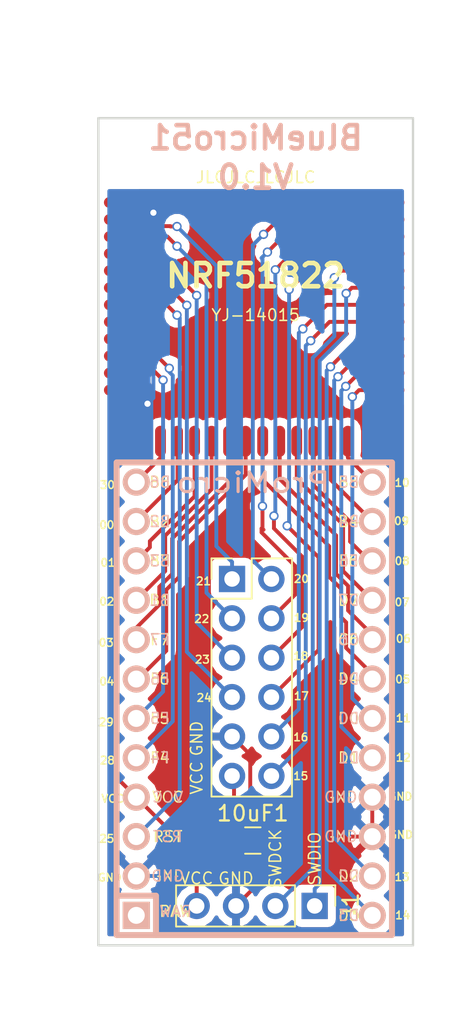
<source format=kicad_pcb>
(kicad_pcb (version 4) (host pcbnew 4.0.7)

  (general
    (links 42)
    (no_connects 0)
    (area 132.08 58.42 162.560001 124.460001)
    (thickness 1.6)
    (drawings 48)
    (tracks 264)
    (zones 0)
    (modules 5)
    (nets 34)
  )

  (page A4)
  (layers
    (0 F.Cu signal)
    (31 B.Cu signal)
    (32 B.Adhes user)
    (33 F.Adhes user)
    (34 B.Paste user)
    (35 F.Paste user)
    (36 B.SilkS user)
    (37 F.SilkS user)
    (38 B.Mask user)
    (39 F.Mask user)
    (40 Dwgs.User user)
    (41 Cmts.User user)
    (42 Eco1.User user)
    (43 Eco2.User user)
    (44 Edge.Cuts user)
    (45 Margin user)
    (46 B.CrtYd user)
    (47 F.CrtYd user)
    (48 B.Fab user)
    (49 F.Fab user)
  )

  (setup
    (last_trace_width 0.25)
    (trace_clearance 0.2)
    (zone_clearance 0.508)
    (zone_45_only yes)
    (trace_min 0.2)
    (segment_width 0.2)
    (edge_width 0.15)
    (via_size 0.6)
    (via_drill 0.4)
    (via_min_size 0.4)
    (via_min_drill 0.3)
    (uvia_size 0.3)
    (uvia_drill 0.1)
    (uvias_allowed no)
    (uvia_min_size 0.2)
    (uvia_min_drill 0.1)
    (pcb_text_width 0.3)
    (pcb_text_size 1.5 1.5)
    (mod_edge_width 0.15)
    (mod_text_size 1 1)
    (mod_text_width 0.15)
    (pad_size 1.524 1.524)
    (pad_drill 0.762)
    (pad_to_mask_clearance 0.2)
    (aux_axis_origin 0 0)
    (visible_elements 7FFFFFFF)
    (pcbplotparams
      (layerselection 0x010f0_80000001)
      (usegerberextensions false)
      (excludeedgelayer true)
      (linewidth 0.100000)
      (plotframeref false)
      (viasonmask false)
      (mode 1)
      (useauxorigin false)
      (hpglpennumber 1)
      (hpglpenspeed 20)
      (hpglpendiameter 15)
      (hpglpenoverlay 2)
      (psnegative false)
      (psa4output false)
      (plotreference true)
      (plotvalue true)
      (plotinvisibletext false)
      (padsonsilk false)
      (subtractmaskfromsilk false)
      (outputformat 1)
      (mirror false)
      (drillshape 0)
      (scaleselection 1)
      (outputdirectory Gerber/))
  )

  (net 0 "")
  (net 1 /SWDIO)
  (net 2 /SWDCK)
  (net 3 GND)
  (net 4 VCC)
  (net 5 /P14)
  (net 6 /P15)
  (net 7 /P04)
  (net 8 /P05)
  (net 9 /P02)
  (net 10 /P23)
  (net 11 /P24)
  (net 12 /P25)
  (net 13 /P28)
  (net 14 /P30)
  (net 15 /P00)
  (net 16 /P01)
  (net 17 /P21)
  (net 18 /P29)
  (net 19 /P22)
  (net 20 /P03)
  (net 21 /P19)
  (net 22 /P09)
  (net 23 /P10)
  (net 24 /P11)
  (net 25 /P12)
  (net 26 /P13)
  (net 27 /P16)
  (net 28 /P17)
  (net 29 /P18)
  (net 30 /P07)
  (net 31 /P08)
  (net 32 /P20)
  (net 33 /P06)

  (net_class Default "This is the default net class."
    (clearance 0.2)
    (trace_width 0.25)
    (via_dia 0.6)
    (via_drill 0.4)
    (uvia_dia 0.3)
    (uvia_drill 0.1)
    (add_net /P00)
    (add_net /P01)
    (add_net /P02)
    (add_net /P03)
    (add_net /P04)
    (add_net /P05)
    (add_net /P06)
    (add_net /P07)
    (add_net /P08)
    (add_net /P09)
    (add_net /P10)
    (add_net /P11)
    (add_net /P12)
    (add_net /P13)
    (add_net /P14)
    (add_net /P15)
    (add_net /P16)
    (add_net /P17)
    (add_net /P18)
    (add_net /P19)
    (add_net /P20)
    (add_net /P21)
    (add_net /P22)
    (add_net /P23)
    (add_net /P24)
    (add_net /P25)
    (add_net /P28)
    (add_net /P29)
    (add_net /P30)
    (add_net /SWDCK)
    (add_net /SWDIO)
    (add_net GND)
    (add_net VCC)
  )

  (module footprints:YJ-14015 (layer F.Cu) (tedit 59740C26) (tstamp 5B0F1DF7)
    (at 148.49299 65.87688 90)
    (path /5B0F1207)
    (attr smd)
    (fp_text reference U1 (at 0 0 90) (layer F.SilkS) hide
      (effects (font (thickness 0.05)))
    )
    (fp_text value YJ-14015 (at 0 0 90) (layer Eco1.User) hide
      (effects (font (thickness 0.05)))
    )
    (pad 1 smd oval (at -5.6 -8.7 270) (size 0.7 2) (layers F.Cu F.Paste F.Mask)
      (net 3 GND))
    (pad 12 smd oval (at -17.7 -8.7 270) (size 0.7 2) (layers F.Cu F.Paste F.Mask)
      (net 4 VCC))
    (pad 18 smd oval (at -21 -0.55001) (size 0.7 2) (layers F.Cu F.Paste F.Mask)
      (net 7 /P04))
    (pad 19 smd oval (at -21 0.54999) (size 0.7 2) (layers F.Cu F.Paste F.Mask)
      (net 8 /P05))
    (pad 16 smd oval (at -21 -2.75001) (size 0.7 2) (layers F.Cu F.Paste F.Mask)
      (net 9 /P02))
    (pad 4 smd oval (at -8.9 -8.7 270) (size 0.7 2) (layers F.Cu F.Paste F.Mask)
      (net 10 /P23))
    (pad 5 smd oval (at -10 -8.7 270) (size 0.7 2) (layers F.Cu F.Paste F.Mask)
      (net 11 /P24))
    (pad 6 smd oval (at -11.1 -8.7 270) (size 0.7 2) (layers F.Cu F.Paste F.Mask)
      (net 12 /P25))
    (pad 7 smd oval (at -12.2 -8.7 270) (size 0.7 2) (layers F.Cu F.Paste F.Mask))
    (pad 8 smd oval (at -13.3 -8.7 270) (size 0.7 2) (layers F.Cu F.Paste F.Mask))
    (pad 9 smd oval (at -14.4 -8.7 270) (size 0.7 2) (layers F.Cu F.Paste F.Mask)
      (net 13 /P28))
    (pad 11 smd oval (at -16.6 -8.7 270) (size 0.7 2) (layers F.Cu F.Paste F.Mask)
      (net 3 GND))
    (pad 13 smd oval (at -21 -6.05001) (size 0.7 2) (layers F.Cu F.Paste F.Mask)
      (net 14 /P30))
    (pad 14 smd oval (at -21 -4.95001) (size 0.7 2) (layers F.Cu F.Paste F.Mask)
      (net 15 /P00))
    (pad 15 smd oval (at -21 -3.85001) (size 0.7 2) (layers F.Cu F.Paste F.Mask)
      (net 16 /P01))
    (pad 2 smd oval (at -6.7 -8.7 270) (size 0.7 2) (layers F.Cu F.Paste F.Mask)
      (net 17 /P21))
    (pad 10 smd oval (at -15.5 -8.7 270) (size 0.7 2) (layers F.Cu F.Paste F.Mask)
      (net 18 /P29))
    (pad 3 smd oval (at -7.8 -8.7 270) (size 0.7 2) (layers F.Cu F.Paste F.Mask)
      (net 19 /P22))
    (pad 17 smd oval (at -21 -1.65001) (size 0.7 2) (layers F.Cu F.Paste F.Mask)
      (net 20 /P03))
    (pad 35 smd oval (at -6.7 8.69999 90) (size 0.7 2) (layers F.Cu F.Paste F.Mask)
      (net 21 /P19))
    (pad 23 smd oval (at -21 4.94999) (size 0.7 2) (layers F.Cu F.Paste F.Mask)
      (net 22 /P09))
    (pad 24 smd oval (at -21 6.04999) (size 0.7 2) (layers F.Cu F.Paste F.Mask)
      (net 23 /P10))
    (pad 25 smd oval (at -17.7 8.69999 90) (size 0.7 2) (layers F.Cu F.Paste F.Mask)
      (net 24 /P11))
    (pad 26 smd oval (at -16.6 8.69999 90) (size 0.7 2) (layers F.Cu F.Paste F.Mask)
      (net 25 /P12))
    (pad 27 smd oval (at -15.5 8.69999 90) (size 0.7 2) (layers F.Cu F.Paste F.Mask)
      (net 26 /P13))
    (pad 28 smd oval (at -14.4 8.69999 90) (size 0.7 2) (layers F.Cu F.Paste F.Mask)
      (net 5 /P14))
    (pad 30 smd oval (at -12.2 8.69999 90) (size 0.7 2) (layers F.Cu F.Paste F.Mask)
      (net 27 /P16))
    (pad 31 smd oval (at -11.1 8.69999 90) (size 0.7 2) (layers F.Cu F.Paste F.Mask)
      (net 1 /SWDIO))
    (pad 32 smd oval (at -10 8.69999 90) (size 0.7 2) (layers F.Cu F.Paste F.Mask)
      (net 2 /SWDCK))
    (pad 33 smd oval (at -8.9 8.69999 90) (size 0.7 2) (layers F.Cu F.Paste F.Mask)
      (net 28 /P17))
    (pad 34 smd oval (at -7.8 8.69999 90) (size 0.7 2) (layers F.Cu F.Paste F.Mask)
      (net 29 /P18))
    (pad 21 smd oval (at -21 2.74999) (size 0.7 2) (layers F.Cu F.Paste F.Mask)
      (net 30 /P07))
    (pad 29 smd oval (at -13.3 8.69999 90) (size 0.7 2) (layers F.Cu F.Paste F.Mask)
      (net 6 /P15))
    (pad 22 smd oval (at -21 3.84999) (size 0.7 2) (layers F.Cu F.Paste F.Mask)
      (net 31 /P08))
    (pad 36 smd oval (at -5.6 8.69999 90) (size 0.7 2) (layers F.Cu F.Paste F.Mask)
      (net 32 /P20))
    (pad 20 smd oval (at -21 1.64999) (size 0.7 2) (layers F.Cu F.Paste F.Mask)
      (net 33 /P06))
  )

  (module footprints:Pro_Micro (layer B.Cu) (tedit 5B0F2E74) (tstamp 5B0F1E13)
    (at 148.5011 105.0036)
    (path /5B0F16FA)
    (fp_text reference U2 (at 0.508 14.732) (layer Eco1.User) hide
      (effects (font (size 1.27 1.524) (thickness 0.2032)))
    )
    (fp_text value ProMicro (at -0.06604 -15.46098) (layer B.SilkS)
      (effects (font (size 1.27 1.524) (thickness 0.2032)) (justify mirror))
    )
    (fp_line (start -6.35 11.176) (end -8.89 11.176) (layer F.SilkS) (width 0.381))
    (fp_line (start -6.35 13.716) (end -6.35 11.176) (layer F.SilkS) (width 0.381))
    (fp_line (start 8.89 -16.764) (end 8.89 13.716) (layer F.SilkS) (width 0.381))
    (fp_line (start -8.89 -16.764) (end 8.89 -16.764) (layer F.SilkS) (width 0.381))
    (fp_line (start -8.89 13.716) (end -8.89 -16.764) (layer F.SilkS) (width 0.381))
    (fp_line (start 8.89 13.716) (end -8.89 13.716) (layer F.SilkS) (width 0.381))
    (fp_text user RAW (at -5.08 12.192) (layer F.SilkS)
      (effects (font (size 0.7 0.7) (thickness 0.1)))
    )
    (fp_text user GND (at -5.588 9.906) (layer F.SilkS)
      (effects (font (size 0.7 0.7) (thickness 0.1)))
    )
    (fp_text user RST (at -5.588 7.366) (layer F.SilkS)
      (effects (font (size 0.7 0.7) (thickness 0.1)))
    )
    (fp_text user VCC (at -5.588 4.826) (layer F.SilkS)
      (effects (font (size 0.7 0.7) (thickness 0.1)))
    )
    (fp_text user F4 (at -6.096 2.286) (layer F.SilkS)
      (effects (font (size 0.7 0.7) (thickness 0.1)))
    )
    (fp_text user F5 (at -6.096 -0.254) (layer F.SilkS)
      (effects (font (size 0.7 0.7) (thickness 0.1)))
    )
    (fp_text user F7 (at -6.096 -5.334) (layer F.SilkS)
      (effects (font (size 0.7 0.7) (thickness 0.1)))
    )
    (fp_text user F6 (at -6.096 -2.794) (layer F.SilkS)
      (effects (font (size 0.7 0.7) (thickness 0.1)))
    )
    (fp_text user B1 (at -6.096 -7.874) (layer F.SilkS)
      (effects (font (size 0.7 0.7) (thickness 0.1)))
    )
    (fp_text user B3 (at -6.096 -10.414) (layer F.SilkS)
      (effects (font (size 0.7 0.7) (thickness 0.1)))
    )
    (fp_text user B2 (at -6.096 -12.954) (layer F.SilkS)
      (effects (font (size 0.7 0.7) (thickness 0.1)))
    )
    (fp_text user B6 (at -6.096 -15.494) (layer F.SilkS)
      (effects (font (size 0.7 0.7) (thickness 0.1)))
    )
    (fp_text user D3 (at 6.096 12.446) (layer F.SilkS)
      (effects (font (size 0.7 0.7) (thickness 0.1)))
    )
    (fp_text user D2 (at 6.096 9.906) (layer F.SilkS)
      (effects (font (size 0.7 0.7) (thickness 0.1)))
    )
    (fp_text user GND (at 5.588 7.366) (layer F.SilkS)
      (effects (font (size 0.7 0.7) (thickness 0.1)))
    )
    (fp_text user GND (at 5.588 4.826) (layer F.SilkS)
      (effects (font (size 0.7 0.7) (thickness 0.1)))
    )
    (fp_text user D1 (at 6.096 2.286) (layer F.SilkS)
      (effects (font (size 0.7 0.7) (thickness 0.1)))
    )
    (fp_text user D0 (at 6.096 -0.254) (layer F.SilkS)
      (effects (font (size 0.7 0.7) (thickness 0.1)))
    )
    (fp_text user D4 (at 6.096 -2.794) (layer F.SilkS)
      (effects (font (size 0.7 0.7) (thickness 0.1)))
    )
    (fp_text user C6 (at 6.096 -5.334) (layer F.SilkS)
      (effects (font (size 0.7 0.7) (thickness 0.1)))
    )
    (fp_text user D7 (at 6.096 -7.874) (layer F.SilkS)
      (effects (font (size 0.7 0.7) (thickness 0.1)))
    )
    (fp_text user E6 (at 6.096 -10.414) (layer F.SilkS)
      (effects (font (size 0.7 0.7) (thickness 0.1)))
    )
    (fp_text user B4 (at 6.096 -12.954) (layer F.SilkS)
      (effects (font (size 0.7 0.7) (thickness 0.1)))
    )
    (fp_text user B5 (at 6.096 -15.494) (layer F.SilkS)
      (effects (font (size 0.7 0.7) (thickness 0.1)))
    )
    (fp_text user B5 (at 6.096 -15.494) (layer B.SilkS)
      (effects (font (size 0.7 0.7) (thickness 0.1)) (justify mirror))
    )
    (fp_text user B4 (at 6.096 -12.954) (layer B.SilkS)
      (effects (font (size 0.7 0.7) (thickness 0.1)) (justify mirror))
    )
    (fp_text user E6 (at 6.096 -10.414) (layer B.SilkS)
      (effects (font (size 0.7 0.7) (thickness 0.1)) (justify mirror))
    )
    (fp_text user D7 (at 6.096 -7.874) (layer B.SilkS)
      (effects (font (size 0.7 0.7) (thickness 0.1)) (justify mirror))
    )
    (fp_text user C6 (at 6.096 -5.334) (layer B.SilkS)
      (effects (font (size 0.7 0.7) (thickness 0.1)) (justify mirror))
    )
    (fp_text user D4 (at 6.096 -2.794) (layer B.SilkS)
      (effects (font (size 0.7 0.7) (thickness 0.1)) (justify mirror))
    )
    (fp_text user D0 (at 6.096 -0.254) (layer B.SilkS)
      (effects (font (size 0.7 0.7) (thickness 0.1)) (justify mirror))
    )
    (fp_text user D1 (at 6.096 2.286) (layer B.SilkS)
      (effects (font (size 0.7 0.7) (thickness 0.1)) (justify mirror))
    )
    (fp_text user GND (at 5.588 4.826) (layer B.SilkS)
      (effects (font (size 0.7 0.7) (thickness 0.1)) (justify mirror))
    )
    (fp_text user GND (at 5.588 7.366) (layer B.SilkS)
      (effects (font (size 0.7 0.7) (thickness 0.1)) (justify mirror))
    )
    (fp_text user D2 (at 6.096 9.906) (layer B.SilkS)
      (effects (font (size 0.7 0.7) (thickness 0.1)) (justify mirror))
    )
    (fp_text user D3 (at 6.096 12.446) (layer B.SilkS)
      (effects (font (size 0.7 0.7) (thickness 0.1)) (justify mirror))
    )
    (fp_text user B6 (at -6.096 -15.494) (layer B.SilkS)
      (effects (font (size 0.7 0.7) (thickness 0.1)) (justify mirror))
    )
    (fp_text user B2 (at -6.096 -12.954) (layer B.SilkS)
      (effects (font (size 0.7 0.7) (thickness 0.1)) (justify mirror))
    )
    (fp_text user B3 (at -6.096 -10.414) (layer B.SilkS)
      (effects (font (size 0.7 0.7) (thickness 0.1)) (justify mirror))
    )
    (fp_text user B1 (at -6.096 -7.874) (layer B.SilkS)
      (effects (font (size 0.7 0.7) (thickness 0.1)) (justify mirror))
    )
    (fp_text user F6 (at -6.096 -2.794) (layer B.SilkS)
      (effects (font (size 0.7 0.7) (thickness 0.1)) (justify mirror))
    )
    (fp_text user F7 (at -6.096 -5.334) (layer B.SilkS)
      (effects (font (size 0.7 0.7) (thickness 0.1)) (justify mirror))
    )
    (fp_text user F5 (at -6.096 -0.254) (layer B.SilkS)
      (effects (font (size 0.7 0.7) (thickness 0.1)) (justify mirror))
    )
    (fp_text user F4 (at -6.096 2.286) (layer B.SilkS)
      (effects (font (size 0.7 0.7) (thickness 0.1)) (justify mirror))
    )
    (fp_text user VCC (at -5.588 4.826) (layer B.SilkS)
      (effects (font (size 0.7 0.7) (thickness 0.1)) (justify mirror))
    )
    (fp_text user RST (at -5.588 7.366) (layer B.SilkS)
      (effects (font (size 0.7 0.7) (thickness 0.1)) (justify mirror))
    )
    (fp_text user GND (at -5.588 9.906) (layer B.SilkS)
      (effects (font (size 0.7 0.7) (thickness 0.1)) (justify mirror))
    )
    (fp_text user RAW (at -5.08 12.192) (layer B.SilkS)
      (effects (font (size 0.7 0.7) (thickness 0.1)) (justify mirror))
    )
    (fp_line (start 8.89 13.716) (end -8.89 13.716) (layer B.SilkS) (width 0.381))
    (fp_line (start -8.89 13.716) (end -8.89 -16.764) (layer B.SilkS) (width 0.381))
    (fp_line (start -8.89 -16.764) (end 8.89 -16.764) (layer B.SilkS) (width 0.381))
    (fp_line (start 8.89 -16.764) (end 8.89 13.716) (layer B.SilkS) (width 0.381))
    (fp_line (start -6.35 13.716) (end -6.35 11.176) (layer B.SilkS) (width 0.381))
    (fp_line (start -6.35 11.176) (end -8.89 11.176) (layer B.SilkS) (width 0.381))
    (pad 1 thru_hole rect (at -7.62 12.446 90) (size 1.7526 1.7526) (drill 1.0922) (layers *.Cu *.SilkS *.Mask))
    (pad 2 thru_hole circle (at -7.62 9.906 90) (size 1.7526 1.7526) (drill 1.0922) (layers *.Cu *.SilkS *.Mask)
      (net 3 GND))
    (pad 3 thru_hole circle (at -7.62 7.366 90) (size 1.7526 1.7526) (drill 1.0922) (layers *.Cu *.SilkS *.Mask)
      (net 12 /P25))
    (pad 4 thru_hole circle (at -7.62 4.826 90) (size 1.7526 1.7526) (drill 1.0922) (layers *.Cu *.SilkS *.Mask)
      (net 4 VCC))
    (pad 5 thru_hole circle (at -7.62 2.286 90) (size 1.7526 1.7526) (drill 1.0922) (layers *.Cu *.SilkS *.Mask)
      (net 13 /P28))
    (pad 6 thru_hole circle (at -7.62 -0.254 90) (size 1.7526 1.7526) (drill 1.0922) (layers *.Cu *.SilkS *.Mask)
      (net 18 /P29))
    (pad 7 thru_hole circle (at -7.62 -2.794 90) (size 1.7526 1.7526) (drill 1.0922) (layers *.Cu *.SilkS *.Mask)
      (net 7 /P04))
    (pad 8 thru_hole circle (at -7.62 -5.334 90) (size 1.7526 1.7526) (drill 1.0922) (layers *.Cu *.SilkS *.Mask)
      (net 20 /P03))
    (pad 9 thru_hole circle (at -7.62 -7.874 90) (size 1.7526 1.7526) (drill 1.0922) (layers *.Cu *.SilkS *.Mask)
      (net 9 /P02))
    (pad 10 thru_hole circle (at -7.62 -10.414 90) (size 1.7526 1.7526) (drill 1.0922) (layers *.Cu *.SilkS *.Mask)
      (net 16 /P01))
    (pad 11 thru_hole circle (at -7.62 -12.954 90) (size 1.7526 1.7526) (drill 1.0922) (layers *.Cu *.SilkS *.Mask)
      (net 15 /P00))
    (pad 12 thru_hole circle (at -7.62 -15.494 90) (size 1.7526 1.7526) (drill 1.0922) (layers *.Cu *.SilkS *.Mask)
      (net 14 /P30))
    (pad 24 thru_hole circle (at 7.62 -15.494 90) (size 1.7526 1.7526) (drill 1.0922) (layers *.Cu *.SilkS *.Mask)
      (net 23 /P10))
    (pad 23 thru_hole circle (at 7.62 -12.954 90) (size 1.7526 1.7526) (drill 1.0922) (layers *.Cu *.SilkS *.Mask)
      (net 22 /P09))
    (pad 22 thru_hole circle (at 7.62 -10.414 90) (size 1.7526 1.7526) (drill 1.0922) (layers *.Cu *.SilkS *.Mask)
      (net 31 /P08))
    (pad 21 thru_hole circle (at 7.62 -7.874 90) (size 1.7526 1.7526) (drill 1.0922) (layers *.Cu *.SilkS *.Mask)
      (net 30 /P07))
    (pad 20 thru_hole circle (at 7.62 -5.334 90) (size 1.7526 1.7526) (drill 1.0922) (layers *.Cu *.SilkS *.Mask)
      (net 33 /P06))
    (pad 19 thru_hole circle (at 7.62 -2.794 90) (size 1.7526 1.7526) (drill 1.0922) (layers *.Cu *.SilkS *.Mask)
      (net 8 /P05))
    (pad 18 thru_hole circle (at 7.62 -0.254 90) (size 1.7526 1.7526) (drill 1.0922) (layers *.Cu *.SilkS *.Mask)
      (net 24 /P11))
    (pad 17 thru_hole circle (at 7.62 2.286 90) (size 1.7526 1.7526) (drill 1.0922) (layers *.Cu *.SilkS *.Mask)
      (net 25 /P12))
    (pad 16 thru_hole circle (at 7.62 4.826 90) (size 1.7526 1.7526) (drill 1.0922) (layers *.Cu *.SilkS *.Mask)
      (net 3 GND))
    (pad 15 thru_hole circle (at 7.62 7.366 90) (size 1.7526 1.7526) (drill 1.0922) (layers *.Cu *.SilkS *.Mask)
      (net 3 GND))
    (pad 14 thru_hole circle (at 7.62 9.906 90) (size 1.7526 1.7526) (drill 1.0922) (layers *.Cu *.SilkS *.Mask)
      (net 26 /P13))
    (pad 13 thru_hole circle (at 7.62 12.446 90) (size 1.7526 1.7526) (drill 1.0922) (layers *.Cu *.SilkS *.Mask)
      (net 5 /P14))
  )

  (module Pin_Headers:Pin_Header_Straight_2x06_Pitch2.54mm (layer F.Cu) (tedit 5B0F2E91) (tstamp 5B0F254F)
    (at 147.066 95.758)
    (descr "Through hole straight pin header, 2x06, 2.54mm pitch, double rows")
    (tags "Through hole pin header THT 2x06 2.54mm double row")
    (path /5B0F2913)
    (fp_text reference J2 (at 1.27 -2.33) (layer F.SilkS) hide
      (effects (font (size 1 1) (thickness 0.15)))
    )
    (fp_text value Conn_01x12 (at 1.27 15.03) (layer F.Fab) hide
      (effects (font (size 1 1) (thickness 0.15)))
    )
    (fp_line (start 0 -1.27) (end 3.81 -1.27) (layer F.Fab) (width 0.1))
    (fp_line (start 3.81 -1.27) (end 3.81 13.97) (layer F.Fab) (width 0.1))
    (fp_line (start 3.81 13.97) (end -1.27 13.97) (layer F.Fab) (width 0.1))
    (fp_line (start -1.27 13.97) (end -1.27 0) (layer F.Fab) (width 0.1))
    (fp_line (start -1.27 0) (end 0 -1.27) (layer F.Fab) (width 0.1))
    (fp_line (start -1.33 14.03) (end 3.87 14.03) (layer F.SilkS) (width 0.12))
    (fp_line (start -1.33 1.27) (end -1.33 14.03) (layer F.SilkS) (width 0.12))
    (fp_line (start 3.87 -1.33) (end 3.87 14.03) (layer F.SilkS) (width 0.12))
    (fp_line (start -1.33 1.27) (end 1.27 1.27) (layer F.SilkS) (width 0.12))
    (fp_line (start 1.27 1.27) (end 1.27 -1.33) (layer F.SilkS) (width 0.12))
    (fp_line (start 1.27 -1.33) (end 3.87 -1.33) (layer F.SilkS) (width 0.12))
    (fp_line (start -1.33 0) (end -1.33 -1.33) (layer F.SilkS) (width 0.12))
    (fp_line (start -1.33 -1.33) (end 0 -1.33) (layer F.SilkS) (width 0.12))
    (fp_line (start -1.8 -1.8) (end -1.8 14.5) (layer F.CrtYd) (width 0.05))
    (fp_line (start -1.8 14.5) (end 4.35 14.5) (layer F.CrtYd) (width 0.05))
    (fp_line (start 4.35 14.5) (end 4.35 -1.8) (layer F.CrtYd) (width 0.05))
    (fp_line (start 4.35 -1.8) (end -1.8 -1.8) (layer F.CrtYd) (width 0.05))
    (fp_text user %R (at 1.27 6.35 90) (layer F.Fab) hide
      (effects (font (size 1 1) (thickness 0.15)))
    )
    (pad 1 thru_hole rect (at 0 0) (size 1.7 1.7) (drill 1) (layers *.Cu *.Mask)
      (net 17 /P21))
    (pad 2 thru_hole oval (at 2.54 0) (size 1.7 1.7) (drill 1) (layers *.Cu *.Mask)
      (net 32 /P20))
    (pad 3 thru_hole oval (at 0 2.54) (size 1.7 1.7) (drill 1) (layers *.Cu *.Mask)
      (net 19 /P22))
    (pad 4 thru_hole oval (at 2.54 2.54) (size 1.7 1.7) (drill 1) (layers *.Cu *.Mask)
      (net 21 /P19))
    (pad 5 thru_hole oval (at 0 5.08) (size 1.7 1.7) (drill 1) (layers *.Cu *.Mask)
      (net 10 /P23))
    (pad 6 thru_hole oval (at 2.54 5.08) (size 1.7 1.7) (drill 1) (layers *.Cu *.Mask)
      (net 29 /P18))
    (pad 7 thru_hole oval (at 0 7.62) (size 1.7 1.7) (drill 1) (layers *.Cu *.Mask)
      (net 11 /P24))
    (pad 8 thru_hole oval (at 2.54 7.62) (size 1.7 1.7) (drill 1) (layers *.Cu *.Mask)
      (net 28 /P17))
    (pad 9 thru_hole oval (at 0 10.16) (size 1.7 1.7) (drill 1) (layers *.Cu *.Mask)
      (net 3 GND))
    (pad 10 thru_hole oval (at 2.54 10.16) (size 1.7 1.7) (drill 1) (layers *.Cu *.Mask)
      (net 27 /P16))
    (pad 11 thru_hole oval (at 0 12.7) (size 1.7 1.7) (drill 1) (layers *.Cu *.Mask)
      (net 4 VCC))
    (pad 12 thru_hole oval (at 2.54 12.7) (size 1.7 1.7) (drill 1) (layers *.Cu *.Mask)
      (net 6 /P15))
    (model ${KISYS3DMOD}/Pin_Headers.3dshapes/Pin_Header_Straight_2x06_Pitch2.54mm.wrl
      (at (xyz 0 0 0))
      (scale (xyz 1 1 1))
      (rotate (xyz 0 0 0))
    )
  )

  (module Pin_Headers:Pin_Header_Straight_1x04_Pitch2.54mm (layer F.Cu) (tedit 5B0F2E6F) (tstamp 5B0F2558)
    (at 152.4 116.84 270)
    (descr "Through hole straight pin header, 1x04, 2.54mm pitch, single row")
    (tags "Through hole pin header THT 1x04 2.54mm single row")
    (path /5B0F2814)
    (fp_text reference J1 (at 0 -2.33 270) (layer F.SilkS)
      (effects (font (size 1 1) (thickness 0.15)))
    )
    (fp_text value Conn_01x04 (at 0 9.95 270) (layer F.Fab) hide
      (effects (font (size 1 1) (thickness 0.15)))
    )
    (fp_line (start -0.635 -1.27) (end 1.27 -1.27) (layer F.Fab) (width 0.1))
    (fp_line (start 1.27 -1.27) (end 1.27 8.89) (layer F.Fab) (width 0.1))
    (fp_line (start 1.27 8.89) (end -1.27 8.89) (layer F.Fab) (width 0.1))
    (fp_line (start -1.27 8.89) (end -1.27 -0.635) (layer F.Fab) (width 0.1))
    (fp_line (start -1.27 -0.635) (end -0.635 -1.27) (layer F.Fab) (width 0.1))
    (fp_line (start -1.33 8.95) (end 1.33 8.95) (layer F.SilkS) (width 0.12))
    (fp_line (start -1.33 1.27) (end -1.33 8.95) (layer F.SilkS) (width 0.12))
    (fp_line (start 1.33 1.27) (end 1.33 8.95) (layer F.SilkS) (width 0.12))
    (fp_line (start -1.33 1.27) (end 1.33 1.27) (layer F.SilkS) (width 0.12))
    (fp_line (start -1.33 0) (end -1.33 -1.33) (layer F.SilkS) (width 0.12))
    (fp_line (start -1.33 -1.33) (end 0 -1.33) (layer F.SilkS) (width 0.12))
    (fp_line (start -1.8 -1.8) (end -1.8 9.4) (layer F.CrtYd) (width 0.05))
    (fp_line (start -1.8 9.4) (end 1.8 9.4) (layer F.CrtYd) (width 0.05))
    (fp_line (start 1.8 9.4) (end 1.8 -1.8) (layer F.CrtYd) (width 0.05))
    (fp_line (start 1.8 -1.8) (end -1.8 -1.8) (layer F.CrtYd) (width 0.05))
    (fp_text user %R (at 0 3.81 365) (layer F.Fab)
      (effects (font (size 1 1) (thickness 0.15)))
    )
    (pad 1 thru_hole rect (at 0 0 270) (size 1.7 1.7) (drill 1) (layers *.Cu *.Mask)
      (net 1 /SWDIO))
    (pad 2 thru_hole oval (at 0 2.54 270) (size 1.7 1.7) (drill 1) (layers *.Cu *.Mask)
      (net 2 /SWDCK))
    (pad 3 thru_hole oval (at 0 5.08 270) (size 1.7 1.7) (drill 1) (layers *.Cu *.Mask)
      (net 3 GND))
    (pad 4 thru_hole oval (at 0 7.62 270) (size 1.7 1.7) (drill 1) (layers *.Cu *.Mask)
      (net 4 VCC))
    (model ${KISYS3DMOD}/Pin_Headers.3dshapes/Pin_Header_Straight_1x04_Pitch2.54mm.wrl
      (at (xyz 0 0 0))
      (scale (xyz 1 1 1))
      (rotate (xyz 0 0 0))
    )
  )

  (module Capacitors_SMD:C_0805_HandSoldering (layer F.Cu) (tedit 58AA84A8) (tstamp 5B0F3371)
    (at 148.40712 112.6236)
    (descr "Capacitor SMD 0805, hand soldering")
    (tags "capacitor 0805")
    (path /5B0F2EE9)
    (attr smd)
    (fp_text reference 10uF1 (at 0 -1.75) (layer F.SilkS)
      (effects (font (size 1 1) (thickness 0.15)))
    )
    (fp_text value C (at 0 1.75) (layer F.Fab)
      (effects (font (size 1 1) (thickness 0.15)))
    )
    (fp_text user %R (at 0 -1.75) (layer F.Fab)
      (effects (font (size 1 1) (thickness 0.15)))
    )
    (fp_line (start -1 0.62) (end -1 -0.62) (layer F.Fab) (width 0.1))
    (fp_line (start 1 0.62) (end -1 0.62) (layer F.Fab) (width 0.1))
    (fp_line (start 1 -0.62) (end 1 0.62) (layer F.Fab) (width 0.1))
    (fp_line (start -1 -0.62) (end 1 -0.62) (layer F.Fab) (width 0.1))
    (fp_line (start 0.5 -0.85) (end -0.5 -0.85) (layer F.SilkS) (width 0.12))
    (fp_line (start -0.5 0.85) (end 0.5 0.85) (layer F.SilkS) (width 0.12))
    (fp_line (start -2.25 -0.88) (end 2.25 -0.88) (layer F.CrtYd) (width 0.05))
    (fp_line (start -2.25 -0.88) (end -2.25 0.87) (layer F.CrtYd) (width 0.05))
    (fp_line (start 2.25 0.87) (end 2.25 -0.88) (layer F.CrtYd) (width 0.05))
    (fp_line (start 2.25 0.87) (end -2.25 0.87) (layer F.CrtYd) (width 0.05))
    (pad 1 smd rect (at -1.25 0) (size 1.5 1.25) (layers F.Cu F.Paste F.Mask)
      (net 4 VCC))
    (pad 2 smd rect (at 1.25 0) (size 1.5 1.25) (layers F.Cu F.Paste F.Mask)
      (net 3 GND))
    (model Capacitors_SMD.3dshapes/C_0805.wrl
      (at (xyz 0 0 0))
      (scale (xyz 1 1 1))
      (rotate (xyz 0 0 0))
    )
  )

  (gr_text 15 (at 151.50592 108.46816) (layer F.SilkS)
    (effects (font (size 0.5 0.5) (thickness 0.1)))
  )
  (gr_text 16 (at 151.50592 105.96372) (layer F.SilkS)
    (effects (font (size 0.5 0.5) (thickness 0.1)))
  )
  (gr_text 17 (at 151.54148 103.30942) (layer F.SilkS)
    (effects (font (size 0.5 0.5) (thickness 0.1)))
  )
  (gr_text 18 (at 151.50592 100.72878) (layer F.SilkS)
    (effects (font (size 0.5 0.5) (thickness 0.1)))
  )
  (gr_text 19 (at 151.54148 98.2599) (layer F.SilkS)
    (effects (font (size 0.5 0.5) (thickness 0.1)))
  )
  (gr_text 20 (at 151.54148 95.75292) (layer F.SilkS)
    (effects (font (size 0.5 0.5) (thickness 0.1)))
  )
  (gr_text 24 (at 145.26006 103.42118) (layer F.SilkS)
    (effects (font (size 0.5 0.5) (thickness 0.1)))
  )
  (gr_text 23 (at 145.1483 100.9523) (layer F.SilkS)
    (effects (font (size 0.5 0.5) (thickness 0.1)))
  )
  (gr_text 22 (at 145.1102 98.33356) (layer F.SilkS)
    (effects (font (size 0.5 0.5) (thickness 0.1)))
  )
  (gr_text 21 (at 145.22196 95.90278) (layer F.SilkS)
    (effects (font (size 0.5 0.5) (thickness 0.1)))
  )
  (gr_text 30 (at 139.0142 89.69502) (layer F.SilkS)
    (effects (font (size 0.5 0.5) (thickness 0.1)))
  )
  (gr_text 00 (at 138.9761 92.27566) (layer F.SilkS)
    (effects (font (size 0.5 0.5) (thickness 0.1)))
  )
  (gr_text 01 (at 139.0523 94.70644) (layer F.SilkS)
    (effects (font (size 0.5 0.5) (thickness 0.1)))
  )
  (gr_text 02 (at 138.9761 97.21342) (layer F.SilkS)
    (effects (font (size 0.5 0.5) (thickness 0.1)))
  )
  (gr_text 03 (at 138.94054 99.86772) (layer F.SilkS)
    (effects (font (size 0.5 0.5) (thickness 0.1)))
  )
  (gr_text 04 (at 138.9761 102.37216) (layer F.SilkS)
    (effects (font (size 0.5 0.5) (thickness 0.1)))
  )
  (gr_text 29 (at 138.94054 104.9909) (layer F.SilkS)
    (effects (font (size 0.5 0.5) (thickness 0.1)))
  )
  (gr_text 28 (at 139.0142 107.45978) (layer F.SilkS)
    (effects (font (size 0.5 0.5) (thickness 0.1)))
  )
  (gr_text VCC (at 139.35202 109.92612) (layer F.SilkS)
    (effects (font (size 0.5 0.5) (thickness 0.1)))
  )
  (gr_text 25 (at 138.9761 112.50676) (layer F.SilkS)
    (effects (font (size 0.5 0.5) (thickness 0.1)))
  )
  (gr_text GND (at 139.16406 115.01374) (layer F.SilkS)
    (effects (font (size 0.5 0.5) (thickness 0.1)))
  )
  (gr_text 14 (at 158.08706 117.44452) (layer F.SilkS)
    (effects (font (size 0.5 0.5) (thickness 0.1)))
  )
  (gr_text 13 (at 158.04896 114.98326) (layer F.SilkS)
    (effects (font (size 0.5 0.5) (thickness 0.1)))
  )
  (gr_text GND (at 157.9753 112.25276) (layer F.SilkS)
    (effects (font (size 0.5 0.5) (thickness 0.1)))
  )
  (gr_text GND (at 157.9372 109.78642) (layer F.SilkS)
    (effects (font (size 0.5 0.5) (thickness 0.1)))
  )
  (gr_text 12 (at 158.12516 107.27944) (layer F.SilkS)
    (effects (font (size 0.5 0.5) (thickness 0.1)))
  )
  (gr_text 11 (at 158.12516 104.7369) (layer F.SilkS)
    (effects (font (size 0.5 0.5) (thickness 0.1)))
  )
  (gr_text 05 (at 158.08706 102.22992) (layer F.SilkS)
    (effects (font (size 0.5 0.5) (thickness 0.1)))
  )
  (gr_text 06 (at 158.12516 99.61372) (layer F.SilkS)
    (effects (font (size 0.5 0.5) (thickness 0.1)))
  )
  (gr_text 07 (at 158.04896 97.2566) (layer F.SilkS)
    (effects (font (size 0.5 0.5) (thickness 0.1)))
  )
  (gr_text 08 (at 158.04896 94.6023) (layer F.SilkS)
    (effects (font (size 0.5 0.5) (thickness 0.1)))
  )
  (gr_text 09 (at 158.01086 92.02166) (layer F.SilkS)
    (effects (font (size 0.5 0.5) (thickness 0.1)))
  )
  (gr_text 10 (at 158.04896 89.55278) (layer F.SilkS)
    (effects (font (size 0.5 0.5) (thickness 0.1)))
  )
  (gr_text GND (at 144.78 106.045 90) (layer F.SilkS)
    (effects (font (size 0.75 0.75) (thickness 0.1)))
  )
  (gr_text VCC (at 144.78 108.585 90) (layer F.SilkS)
    (effects (font (size 0.75 0.75) (thickness 0.1)))
  )
  (gr_text V1.0 (at 148.59 69.85) (layer B.SilkS)
    (effects (font (size 1.5 1.5) (thickness 0.3)) (justify mirror))
  )
  (gr_text NRF51822 (at 148.59 76.2) (layer F.SilkS)
    (effects (font (size 1.5 1.5) (thickness 0.3)))
  )
  (gr_text YJ-14015 (at 148.59 78.74) (layer F.SilkS)
    (effects (font (size 0.75 0.75) (thickness 0.1)))
  )
  (gr_text BlueMicro51 (at 148.59 67.31) (layer B.SilkS)
    (effects (font (size 1.5 1.5) (thickness 0.3)) (justify mirror))
  )
  (gr_text JLCJLCJLCJLC (at 148.59 69.85) (layer F.SilkS)
    (effects (font (size 0.75 0.75) (thickness 0.1)))
  )
  (gr_text SWDIO (at 152.4 113.792 90) (layer F.SilkS)
    (effects (font (size 0.75 0.75) (thickness 0.1)))
  )
  (gr_text SWDCK (at 149.86 113.792 90) (layer F.SilkS)
    (effects (font (size 0.75 0.75) (thickness 0.1)))
  )
  (gr_text "GND\n" (at 147.32 115.062) (layer F.SilkS)
    (effects (font (size 0.75 0.75) (thickness 0.1)))
  )
  (gr_text VCC (at 144.78 115.062) (layer F.SilkS)
    (effects (font (size 0.75 0.75) (thickness 0.1)))
  )
  (gr_line (start 138.43 66.04) (end 138.43 119.38) (layer Edge.Cuts) (width 0.15))
  (gr_line (start 158.75 66.04) (end 138.43 66.04) (layer Edge.Cuts) (width 0.15))
  (gr_line (start 158.75 119.38) (end 158.75 66.04) (layer Edge.Cuts) (width 0.15))
  (gr_line (start 138.43 119.38) (end 158.75 119.38) (layer Edge.Cuts) (width 0.15))

  (segment (start 152.4 116.84) (end 152.4 115.74) (width 0.25) (layer B.Cu) (net 1))
  (segment (start 152.4 115.74) (end 152.724034 115.415966) (width 0.25) (layer B.Cu) (net 1))
  (segment (start 152.724034 81.681962) (end 154.432 79.973996) (width 0.25) (layer B.Cu) (net 1))
  (segment (start 152.724034 115.415966) (end 152.724034 81.681962) (width 0.25) (layer B.Cu) (net 1))
  (segment (start 154.432 79.973996) (end 154.432 77.767264) (width 0.25) (layer B.Cu) (net 1))
  (segment (start 154.432 77.767264) (end 154.432 77.343) (width 0.25) (layer B.Cu) (net 1))
  (segment (start 157.19298 76.97688) (end 154.79812 76.97688) (width 0.25) (layer F.Cu) (net 1))
  (segment (start 154.79812 76.97688) (end 154.731999 77.043001) (width 0.25) (layer F.Cu) (net 1))
  (segment (start 154.731999 77.043001) (end 154.432 77.343) (width 0.25) (layer F.Cu) (net 1))
  (via (at 154.432 77.343) (size 0.6) (drill 0.4) (layers F.Cu B.Cu) (net 1))
  (segment (start 149.86 116.84) (end 152.274023 114.425977) (width 0.25) (layer B.Cu) (net 2))
  (segment (start 152.274023 114.425977) (end 152.274023 81.495562) (width 0.25) (layer B.Cu) (net 2))
  (segment (start 152.274023 81.495562) (end 153.67 80.099585) (width 0.25) (layer B.Cu) (net 2))
  (segment (start 153.67 80.099585) (end 153.67 76.751264) (width 0.25) (layer B.Cu) (net 2))
  (segment (start 153.67 76.751264) (end 153.67 76.327) (width 0.25) (layer B.Cu) (net 2))
  (segment (start 154.12012 75.87688) (end 153.969999 76.027001) (width 0.25) (layer F.Cu) (net 2))
  (segment (start 157.19298 75.87688) (end 154.12012 75.87688) (width 0.25) (layer F.Cu) (net 2))
  (segment (start 153.969999 76.027001) (end 153.67 76.327) (width 0.25) (layer F.Cu) (net 2))
  (via (at 153.67 76.327) (size 0.6) (drill 0.4) (layers F.Cu B.Cu) (net 2))
  (segment (start 140.8811 114.9096) (end 140.004801 114.033301) (width 0.25) (layer B.Cu) (net 3))
  (segment (start 140.004801 114.033301) (end 140.004801 113.969801) (width 0.25) (layer B.Cu) (net 3))
  (segment (start 140.004801 113.969801) (end 139.319 113.284) (width 0.25) (layer B.Cu) (net 3))
  (segment (start 139.319 113.284) (end 139.319 86.868) (width 0.25) (layer B.Cu) (net 3))
  (segment (start 139.319 86.868) (end 141.605 84.582) (width 0.25) (layer B.Cu) (net 3))
  (segment (start 141.605 84.582) (end 141.605 84.455) (width 0.25) (layer B.Cu) (net 3))
  (segment (start 149.693 112.649) (end 149.568 112.649) (width 0.25) (layer F.Cu) (net 3))
  (segment (start 149.568 112.649) (end 148.241001 111.322001) (width 0.25) (layer F.Cu) (net 3))
  (segment (start 148.241001 111.322001) (end 148.241001 107.093001) (width 0.25) (layer F.Cu) (net 3))
  (segment (start 148.241001 107.093001) (end 147.915999 106.767999) (width 0.25) (layer F.Cu) (net 3))
  (segment (start 147.915999 106.767999) (end 147.066 105.918) (width 0.25) (layer F.Cu) (net 3))
  (segment (start 141.605 84.455) (end 141.986 84.074) (width 0.25) (layer B.Cu) (net 3))
  (segment (start 141.986 84.074) (end 141.986 72.136) (width 0.25) (layer B.Cu) (net 3))
  (segment (start 141.986 72.136) (end 141.32688 71.47688) (width 0.25) (layer F.Cu) (net 3))
  (segment (start 141.32688 71.47688) (end 139.79299 71.47688) (width 0.25) (layer F.Cu) (net 3))
  (via (at 141.986 72.136) (size 0.6) (drill 0.4) (layers F.Cu B.Cu) (net 3))
  (segment (start 141.605 84.455) (end 141.605 83.63889) (width 0.25) (layer F.Cu) (net 3))
  (segment (start 140.44299 82.47688) (end 139.79299 82.47688) (width 0.25) (layer F.Cu) (net 3))
  (segment (start 141.605 83.63889) (end 140.44299 82.47688) (width 0.25) (layer F.Cu) (net 3))
  (via (at 141.605 84.455) (size 0.6) (drill 0.4) (layers F.Cu B.Cu) (net 3))
  (segment (start 147.32 116.84) (end 147.32 115.637919) (width 0.25) (layer B.Cu) (net 3))
  (segment (start 147.32 115.637919) (end 146.591681 114.9096) (width 0.25) (layer B.Cu) (net 3))
  (segment (start 146.591681 114.9096) (end 142.120375 114.9096) (width 0.25) (layer B.Cu) (net 3))
  (segment (start 142.120375 114.9096) (end 140.8811 114.9096) (width 0.25) (layer B.Cu) (net 3))
  (segment (start 156.1211 112.3696) (end 149.9724 112.3696) (width 0.25) (layer F.Cu) (net 3))
  (segment (start 149.9724 112.3696) (end 149.693 112.649) (width 0.25) (layer F.Cu) (net 3))
  (segment (start 156.1211 109.8296) (end 156.1211 111.068875) (width 0.25) (layer F.Cu) (net 3))
  (segment (start 156.1211 111.068875) (end 156.1211 112.3696) (width 0.25) (layer F.Cu) (net 3))
  (segment (start 147.32 116.84) (end 149.693 114.467) (width 0.25) (layer F.Cu) (net 3))
  (segment (start 149.693 114.467) (end 149.693 112.649) (width 0.25) (layer F.Cu) (net 3))
  (segment (start 139.79299 83.57688) (end 139.79299 84.17688) (width 0.25) (layer F.Cu) (net 4))
  (segment (start 139.79299 84.17688) (end 139.319 84.65087) (width 0.25) (layer F.Cu) (net 4))
  (segment (start 140.004801 108.953301) (end 140.8811 109.8296) (width 0.25) (layer F.Cu) (net 4))
  (segment (start 139.319 84.65087) (end 139.319 108.2675) (width 0.25) (layer F.Cu) (net 4))
  (segment (start 139.319 108.2675) (end 140.004801 108.953301) (width 0.25) (layer F.Cu) (net 4))
  (segment (start 147.193 112.649) (end 147.193 108.585) (width 0.25) (layer F.Cu) (net 4))
  (segment (start 147.193 108.585) (end 147.066 108.458) (width 0.25) (layer F.Cu) (net 4))
  (segment (start 147.193 112.649) (end 146.193 112.649) (width 0.25) (layer F.Cu) (net 4))
  (segment (start 146.193 112.649) (end 144.78 114.062) (width 0.25) (layer F.Cu) (net 4))
  (segment (start 144.78 114.062) (end 144.78 115.637919) (width 0.25) (layer F.Cu) (net 4))
  (segment (start 144.78 115.637919) (end 144.78 116.84) (width 0.25) (layer F.Cu) (net 4))
  (segment (start 140.8811 109.8296) (end 144.78 113.7285) (width 0.25) (layer F.Cu) (net 4))
  (segment (start 144.78 113.7285) (end 144.78 116.84) (width 0.25) (layer F.Cu) (net 4))
  (segment (start 155.217864 80.27688) (end 153.723536 81.771208) (width 0.25) (layer F.Cu) (net 5))
  (segment (start 157.19298 80.27688) (end 155.217864 80.27688) (width 0.25) (layer F.Cu) (net 5))
  (segment (start 153.174045 114.502545) (end 153.174045 82.320699) (width 0.25) (layer B.Cu) (net 5))
  (segment (start 153.723536 81.771208) (end 153.423537 82.071207) (width 0.25) (layer F.Cu) (net 5))
  (segment (start 156.1211 117.4496) (end 153.174045 114.502545) (width 0.25) (layer B.Cu) (net 5))
  (segment (start 153.174045 82.320699) (end 153.423537 82.071207) (width 0.25) (layer B.Cu) (net 5))
  (via (at 153.423537 82.071207) (size 0.6) (drill 0.4) (layers F.Cu B.Cu) (net 5))
  (segment (start 157.19298 79.17688) (end 153.36012 79.17688) (width 0.25) (layer F.Cu) (net 6))
  (segment (start 152.445999 80.091001) (end 152.146 80.391) (width 0.25) (layer F.Cu) (net 6))
  (segment (start 153.36012 79.17688) (end 152.445999 80.091001) (width 0.25) (layer F.Cu) (net 6))
  (segment (start 151.846001 80.690999) (end 152.146 80.391) (width 0.25) (layer B.Cu) (net 6))
  (via (at 152.146 80.391) (size 0.6) (drill 0.4) (layers F.Cu B.Cu) (net 6))
  (segment (start 149.606 108.458) (end 151.824013 106.239987) (width 0.25) (layer B.Cu) (net 6))
  (segment (start 151.824013 106.239987) (end 151.824013 80.712987) (width 0.25) (layer B.Cu) (net 6))
  (segment (start 151.824013 80.712987) (end 151.846001 80.690999) (width 0.25) (layer B.Cu) (net 6))
  (segment (start 140.8811 102.2096) (end 140.9954 102.2096) (width 0.25) (layer F.Cu) (net 7))
  (segment (start 140.9954 102.2096) (end 142.81701 100.38799) (width 0.25) (layer F.Cu) (net 7))
  (segment (start 142.81701 100.38799) (end 142.81701 96.45381) (width 0.25) (layer F.Cu) (net 7))
  (segment (start 142.81701 96.45381) (end 143.64802 95.6228) (width 0.25) (layer F.Cu) (net 7))
  (segment (start 143.64802 95.6228) (end 143.64802 93.3368) (width 0.25) (layer F.Cu) (net 7))
  (segment (start 143.64802 93.3368) (end 147.94298 89.04184) (width 0.25) (layer F.Cu) (net 7))
  (segment (start 147.94298 89.04184) (end 147.94298 88.12688) (width 0.25) (layer F.Cu) (net 7))
  (segment (start 147.94298 88.12688) (end 147.94298 86.87688) (width 0.25) (layer F.Cu) (net 7))
  (segment (start 156.1211 102.2096) (end 156.1211 101.8921) (width 0.25) (layer F.Cu) (net 8))
  (segment (start 156.1211 101.8921) (end 154.432 100.203) (width 0.25) (layer F.Cu) (net 8))
  (segment (start 154.432 100.203) (end 154.432 98.552) (width 0.25) (layer F.Cu) (net 8))
  (segment (start 154.432 98.552) (end 154.10899 98.22899) (width 0.25) (layer F.Cu) (net 8))
  (segment (start 154.10899 98.22899) (end 154.10899 96.39031) (width 0.25) (layer F.Cu) (net 8))
  (segment (start 154.10899 96.39031) (end 153.335969 95.617289) (width 0.25) (layer F.Cu) (net 8))
  (segment (start 153.335969 95.617289) (end 153.335969 93.645969) (width 0.25) (layer F.Cu) (net 8))
  (segment (start 153.335969 93.645969) (end 149.04298 89.35298) (width 0.25) (layer F.Cu) (net 8))
  (segment (start 149.04298 89.35298) (end 149.04298 88.12688) (width 0.25) (layer F.Cu) (net 8))
  (segment (start 149.04298 88.12688) (end 149.04298 86.87688) (width 0.25) (layer F.Cu) (net 8))
  (segment (start 140.8811 97.1296) (end 140.8811 97.1169) (width 0.25) (layer F.Cu) (net 9))
  (segment (start 140.8811 97.1169) (end 142.748 95.25) (width 0.25) (layer F.Cu) (net 9))
  (segment (start 142.748 95.25) (end 142.748 92.964) (width 0.25) (layer F.Cu) (net 9))
  (segment (start 142.748 92.964) (end 145.74298 89.96902) (width 0.25) (layer F.Cu) (net 9))
  (segment (start 145.74298 89.96902) (end 145.74298 86.87688) (width 0.25) (layer F.Cu) (net 9))
  (segment (start 144.78 77.47) (end 142.08688 74.77688) (width 0.25) (layer F.Cu) (net 10))
  (segment (start 142.08688 74.77688) (end 139.79299 74.77688) (width 0.25) (layer F.Cu) (net 10))
  (segment (start 147.066 100.838) (end 144.78 98.552) (width 0.25) (layer B.Cu) (net 10))
  (segment (start 144.78 98.552) (end 144.78 97.751002) (width 0.25) (layer B.Cu) (net 10))
  (segment (start 144.78 97.751002) (end 144.78 77.47) (width 0.25) (layer B.Cu) (net 10))
  (via (at 144.78 77.47) (size 0.6) (drill 0.4) (layers F.Cu B.Cu) (net 10))
  (segment (start 144.145 78.105) (end 144.145 100.457) (width 0.25) (layer B.Cu) (net 11))
  (segment (start 144.145 100.457) (end 147.066 103.378) (width 0.25) (layer B.Cu) (net 11))
  (segment (start 139.79299 75.87688) (end 141.91688 75.87688) (width 0.25) (layer F.Cu) (net 11))
  (via (at 144.145 78.105) (size 0.6) (drill 0.4) (layers F.Cu B.Cu) (net 11))
  (segment (start 141.91688 75.87688) (end 144.145 78.105) (width 0.25) (layer F.Cu) (net 11))
  (segment (start 140.8811 112.3696) (end 143.686023 109.564677) (width 0.25) (layer B.Cu) (net 12))
  (segment (start 143.686023 109.564677) (end 143.686023 78.916023) (width 0.25) (layer B.Cu) (net 12))
  (segment (start 143.686023 78.916023) (end 143.51 78.74) (width 0.25) (layer B.Cu) (net 12))
  (segment (start 143.210001 78.440001) (end 143.51 78.74) (width 0.25) (layer F.Cu) (net 12))
  (segment (start 139.79299 76.97688) (end 141.74688 76.97688) (width 0.25) (layer F.Cu) (net 12))
  (segment (start 141.74688 76.97688) (end 143.210001 78.440001) (width 0.25) (layer F.Cu) (net 12))
  (via (at 143.51 78.74) (size 0.6) (drill 0.4) (layers F.Cu B.Cu) (net 12))
  (segment (start 143.01199 82.406976) (end 143.01199 82.169) (width 0.25) (layer B.Cu) (net 13))
  (segment (start 143.236012 82.630998) (end 143.01199 82.406976) (width 0.25) (layer B.Cu) (net 13))
  (segment (start 143.236012 104.934688) (end 143.236012 82.630998) (width 0.25) (layer B.Cu) (net 13))
  (segment (start 140.8811 107.2896) (end 143.236012 104.934688) (width 0.25) (layer B.Cu) (net 13))
  (segment (start 142.711991 81.869001) (end 143.01199 82.169) (width 0.25) (layer F.Cu) (net 13))
  (segment (start 141.11987 80.27688) (end 142.711991 81.869001) (width 0.25) (layer F.Cu) (net 13))
  (via (at 143.01199 82.169) (size 0.6) (drill 0.4) (layers F.Cu B.Cu) (net 13))
  (segment (start 139.79299 80.27688) (end 141.11987 80.27688) (width 0.25) (layer F.Cu) (net 13))
  (segment (start 140.8811 89.5096) (end 142.44298 87.94772) (width 0.25) (layer F.Cu) (net 14))
  (segment (start 142.44298 87.94772) (end 142.44298 86.87688) (width 0.25) (layer F.Cu) (net 14))
  (segment (start 140.8811 92.0496) (end 143.54298 89.38772) (width 0.25) (layer F.Cu) (net 15))
  (segment (start 143.54298 89.38772) (end 143.54298 86.87688) (width 0.25) (layer F.Cu) (net 15))
  (segment (start 144.64298 88.12688) (end 144.64298 86.87688) (width 0.25) (layer F.Cu) (net 16))
  (segment (start 144.64298 90.432609) (end 144.64298 88.12688) (width 0.25) (layer F.Cu) (net 16))
  (segment (start 141.757399 93.31819) (end 144.64298 90.432609) (width 0.25) (layer F.Cu) (net 16))
  (segment (start 140.8811 94.5896) (end 141.757399 93.713301) (width 0.25) (layer F.Cu) (net 16))
  (segment (start 141.757399 93.713301) (end 141.757399 93.31819) (width 0.25) (layer F.Cu) (net 16))
  (segment (start 147.066 95.758) (end 147.066 94.658) (width 0.25) (layer B.Cu) (net 17))
  (segment (start 147.066 94.658) (end 146.05 93.642) (width 0.25) (layer B.Cu) (net 17))
  (segment (start 146.05 93.642) (end 146.05 75.565) (width 0.25) (layer B.Cu) (net 17))
  (segment (start 146.05 75.565) (end 144.78 74.295) (width 0.25) (layer B.Cu) (net 17))
  (segment (start 144.78 74.295) (end 143.51 73.025) (width 0.25) (layer B.Cu) (net 17))
  (segment (start 143.51 73.025) (end 143.085736 73.025) (width 0.25) (layer F.Cu) (net 17))
  (segment (start 143.085736 73.025) (end 143.062606 73.00187) (width 0.25) (layer F.Cu) (net 17))
  (segment (start 143.062606 73.00187) (end 141.46798 73.00187) (width 0.25) (layer F.Cu) (net 17))
  (segment (start 141.46798 73.00187) (end 141.04299 72.57688) (width 0.25) (layer F.Cu) (net 17))
  (segment (start 141.04299 72.57688) (end 139.79299 72.57688) (width 0.25) (layer F.Cu) (net 17))
  (via (at 143.51 73.025) (size 0.6) (drill 0.4) (layers F.Cu B.Cu) (net 17))
  (segment (start 142.61101 83.355264) (end 142.61101 82.931) (width 0.25) (layer B.Cu) (net 18))
  (segment (start 142.311011 82.631001) (end 142.61101 82.931) (width 0.25) (layer F.Cu) (net 18))
  (segment (start 141.05689 81.37688) (end 142.311011 82.631001) (width 0.25) (layer F.Cu) (net 18))
  (segment (start 139.79299 81.37688) (end 141.05689 81.37688) (width 0.25) (layer F.Cu) (net 18))
  (segment (start 142.61101 103.01969) (end 142.61101 83.355264) (width 0.25) (layer B.Cu) (net 18))
  (segment (start 140.8811 104.7496) (end 142.61101 103.01969) (width 0.25) (layer B.Cu) (net 18))
  (via (at 142.61101 82.931) (size 0.6) (drill 0.4) (layers F.Cu B.Cu) (net 18))
  (segment (start 143.51 74.295) (end 145.415 76.2) (width 0.25) (layer B.Cu) (net 19))
  (segment (start 145.415 76.2) (end 145.415 96.647) (width 0.25) (layer B.Cu) (net 19))
  (segment (start 145.415 96.647) (end 146.216001 97.448001) (width 0.25) (layer B.Cu) (net 19))
  (segment (start 146.216001 97.448001) (end 147.066 98.298) (width 0.25) (layer B.Cu) (net 19))
  (segment (start 139.79299 73.67688) (end 142.89188 73.67688) (width 0.25) (layer F.Cu) (net 19))
  (segment (start 142.89188 73.67688) (end 143.51 74.295) (width 0.25) (layer F.Cu) (net 19))
  (via (at 143.51 74.295) (size 0.6) (drill 0.4) (layers F.Cu B.Cu) (net 19))
  (segment (start 140.8811 99.6696) (end 140.8811 98.907526) (width 0.25) (layer F.Cu) (net 20))
  (segment (start 140.8811 98.907526) (end 142.367 97.421626) (width 0.25) (layer F.Cu) (net 20))
  (segment (start 142.367 97.421626) (end 142.367 96.26741) (width 0.25) (layer F.Cu) (net 20))
  (segment (start 142.367 96.26741) (end 143.19801 95.4364) (width 0.25) (layer F.Cu) (net 20))
  (segment (start 143.19801 95.4364) (end 143.19801 93.1504) (width 0.25) (layer F.Cu) (net 20))
  (segment (start 143.19801 93.1504) (end 146.84298 89.50543) (width 0.25) (layer F.Cu) (net 20))
  (segment (start 146.84298 89.50543) (end 146.84298 88.12688) (width 0.25) (layer F.Cu) (net 20))
  (segment (start 146.84298 88.12688) (end 146.84298 86.87688) (width 0.25) (layer F.Cu) (net 20))
  (segment (start 149.030021 90.634736) (end 149.030021 91.059) (width 0.25) (layer B.Cu) (net 21))
  (segment (start 148.971 75.057) (end 149.030021 75.116021) (width 0.25) (layer B.Cu) (net 21))
  (segment (start 149.030021 91.483264) (end 149.030021 91.059) (width 0.25) (layer F.Cu) (net 21))
  (segment (start 148.971 92.499264) (end 149.030021 92.440243) (width 0.25) (layer F.Cu) (net 21))
  (segment (start 149.030021 75.116021) (end 149.030021 90.634736) (width 0.25) (layer B.Cu) (net 21))
  (via (at 149.030021 91.059) (size 0.6) (drill 0.4) (layers F.Cu B.Cu) (net 21))
  (segment (start 149.030021 92.440243) (end 149.030021 91.483264) (width 0.25) (layer F.Cu) (net 21))
  (segment (start 149.098 92.583) (end 149.054736 92.583) (width 0.25) (layer F.Cu) (net 21))
  (segment (start 149.054736 92.583) (end 148.971 92.499264) (width 0.25) (layer F.Cu) (net 21))
  (segment (start 149.352 74.676) (end 148.971 75.057) (width 0.25) (layer B.Cu) (net 21))
  (segment (start 149.098 74.93) (end 148.971 75.057) (width 0.25) (layer B.Cu) (net 21))
  (segment (start 149.606 98.298) (end 151.13 96.774) (width 0.25) (layer F.Cu) (net 21))
  (segment (start 151.13 94.912264) (end 148.971 92.753264) (width 0.25) (layer F.Cu) (net 21))
  (segment (start 148.971 92.753264) (end 148.971 92.499264) (width 0.25) (layer F.Cu) (net 21))
  (segment (start 151.13 96.774) (end 151.13 94.912264) (width 0.25) (layer F.Cu) (net 21))
  (segment (start 149.352 74.676) (end 151.45112 72.57688) (width 0.25) (layer F.Cu) (net 21))
  (segment (start 151.45112 72.57688) (end 157.19298 72.57688) (width 0.25) (layer F.Cu) (net 21))
  (via (at 149.352 74.676) (size 0.6) (drill 0.4) (layers F.Cu B.Cu) (net 21))
  (segment (start 156.1211 92.0496) (end 153.44298 89.37148) (width 0.25) (layer F.Cu) (net 22))
  (segment (start 153.44298 89.37148) (end 153.44298 86.87688) (width 0.25) (layer F.Cu) (net 22))
  (segment (start 156.1211 89.5096) (end 154.54298 87.93148) (width 0.25) (layer F.Cu) (net 23))
  (segment (start 154.54298 87.93148) (end 154.54298 86.87688) (width 0.25) (layer F.Cu) (net 23))
  (segment (start 154.832867 103.461367) (end 154.832867 84.434247) (width 0.25) (layer B.Cu) (net 24))
  (segment (start 156.1211 104.7496) (end 154.832867 103.461367) (width 0.25) (layer B.Cu) (net 24))
  (segment (start 154.832867 84.434247) (end 154.832867 84.009983) (width 0.25) (layer B.Cu) (net 24))
  (segment (start 155.26597 83.57688) (end 155.132866 83.709984) (width 0.25) (layer F.Cu) (net 24))
  (segment (start 155.132866 83.709984) (end 154.832867 84.009983) (width 0.25) (layer F.Cu) (net 24))
  (segment (start 157.19298 83.57688) (end 155.26597 83.57688) (width 0.25) (layer F.Cu) (net 24))
  (via (at 154.832867 84.009983) (size 0.6) (drill 0.4) (layers F.Cu B.Cu) (net 24))
  (segment (start 155.263401 82.47688) (end 154.708448 83.031833) (width 0.25) (layer F.Cu) (net 25))
  (segment (start 154.708448 83.031833) (end 154.408449 83.331832) (width 0.25) (layer F.Cu) (net 25))
  (segment (start 157.19298 82.47688) (end 155.263401 82.47688) (width 0.25) (layer F.Cu) (net 25))
  (segment (start 154.120011 83.62027) (end 154.408449 83.331832) (width 0.25) (layer B.Cu) (net 25))
  (via (at 154.408449 83.331832) (size 0.6) (drill 0.4) (layers F.Cu B.Cu) (net 25))
  (segment (start 156.1211 107.2896) (end 154.120011 105.288511) (width 0.25) (layer B.Cu) (net 25))
  (segment (start 154.120011 105.288511) (end 154.120011 83.62027) (width 0.25) (layer B.Cu) (net 25))
  (segment (start 153.66001 112.44851) (end 153.66001 82.954992) (width 0.25) (layer B.Cu) (net 26))
  (segment (start 155.238122 81.37688) (end 154.204512 82.41049) (width 0.25) (layer F.Cu) (net 26))
  (segment (start 157.19298 81.37688) (end 155.238122 81.37688) (width 0.25) (layer F.Cu) (net 26))
  (segment (start 154.204512 82.41049) (end 153.904513 82.710489) (width 0.25) (layer F.Cu) (net 26))
  (segment (start 153.66001 82.954992) (end 153.904513 82.710489) (width 0.25) (layer B.Cu) (net 26))
  (via (at 153.904513 82.710489) (size 0.6) (drill 0.4) (layers F.Cu B.Cu) (net 26))
  (segment (start 156.1211 114.9096) (end 153.66001 112.44851) (width 0.25) (layer B.Cu) (net 26))
  (segment (start 151.937999 79.329001) (end 151.638 79.629) (width 0.25) (layer F.Cu) (net 27))
  (segment (start 153.19012 78.07688) (end 151.937999 79.329001) (width 0.25) (layer F.Cu) (net 27))
  (segment (start 157.19298 78.07688) (end 153.19012 78.07688) (width 0.25) (layer F.Cu) (net 27))
  (segment (start 151.374004 79.892996) (end 151.638 79.629) (width 0.25) (layer B.Cu) (net 27))
  (segment (start 149.606 105.918) (end 151.374004 104.149996) (width 0.25) (layer B.Cu) (net 27))
  (segment (start 151.374004 104.149996) (end 151.374004 79.892996) (width 0.25) (layer B.Cu) (net 27))
  (via (at 151.638 79.629) (size 0.6) (drill 0.4) (layers F.Cu B.Cu) (net 27))
  (segment (start 149.606 103.378) (end 152.654 100.33) (width 0.25) (layer F.Cu) (net 28))
  (segment (start 152.654 100.33) (end 152.654 94.360992) (width 0.25) (layer F.Cu) (net 28))
  (segment (start 152.654 94.360992) (end 150.622008 92.329) (width 0.25) (layer F.Cu) (net 28))
  (segment (start 150.749 77.089) (end 150.749 92.202008) (width 0.25) (layer B.Cu) (net 28))
  (via (at 150.622008 92.329) (size 0.6) (drill 0.4) (layers F.Cu B.Cu) (net 28))
  (segment (start 150.749 92.202008) (end 150.622008 92.329) (width 0.25) (layer B.Cu) (net 28))
  (segment (start 150.749 77.089) (end 153.06112 74.77688) (width 0.25) (layer F.Cu) (net 28))
  (segment (start 153.06112 74.77688) (end 157.19298 74.77688) (width 0.25) (layer F.Cu) (net 28))
  (via (at 150.749 77.089) (size 0.6) (drill 0.4) (layers F.Cu B.Cu) (net 28))
  (segment (start 149.86 75.819) (end 149.86 91.600416) (width 0.25) (layer B.Cu) (net 29))
  (segment (start 149.770999 92.113681) (end 149.770999 91.689417) (width 0.25) (layer F.Cu) (net 29))
  (segment (start 151.580009 94.303009) (end 149.770999 92.493999) (width 0.25) (layer F.Cu) (net 29))
  (segment (start 151.580009 98.863991) (end 151.580009 94.303009) (width 0.25) (layer F.Cu) (net 29))
  (segment (start 149.606 100.838) (end 151.580009 98.863991) (width 0.25) (layer F.Cu) (net 29))
  (segment (start 149.86 91.600416) (end 149.770999 91.689417) (width 0.25) (layer B.Cu) (net 29))
  (segment (start 149.770999 92.493999) (end 149.770999 92.113681) (width 0.25) (layer F.Cu) (net 29))
  (via (at 149.770999 91.689417) (size 0.6) (drill 0.4) (layers F.Cu B.Cu) (net 29))
  (segment (start 149.86 75.819) (end 152.00212 73.67688) (width 0.25) (layer F.Cu) (net 29))
  (segment (start 152.00212 73.67688) (end 157.19298 73.67688) (width 0.25) (layer F.Cu) (net 29))
  (via (at 149.86 75.819) (size 0.6) (drill 0.4) (layers F.Cu B.Cu) (net 29))
  (segment (start 154.235989 92.259989) (end 151.24298 89.26698) (width 0.25) (layer F.Cu) (net 30))
  (segment (start 151.24298 89.26698) (end 151.24298 88.12688) (width 0.25) (layer F.Cu) (net 30))
  (segment (start 154.235989 95.244489) (end 154.235989 92.259989) (width 0.25) (layer F.Cu) (net 30))
  (segment (start 156.1211 97.1296) (end 154.235989 95.244489) (width 0.25) (layer F.Cu) (net 30))
  (segment (start 151.24298 88.12688) (end 151.24298 86.87688) (width 0.25) (layer F.Cu) (net 30))
  (segment (start 156.1211 94.5896) (end 155.9306 94.5896) (width 0.25) (layer F.Cu) (net 31))
  (segment (start 152.34298 88.12688) (end 152.34298 86.87688) (width 0.25) (layer F.Cu) (net 31))
  (segment (start 154.686 92.07359) (end 152.34298 89.73057) (width 0.25) (layer F.Cu) (net 31))
  (segment (start 155.9306 94.5896) (end 154.686 93.345) (width 0.25) (layer F.Cu) (net 31))
  (segment (start 152.34298 89.73057) (end 152.34298 88.12688) (width 0.25) (layer F.Cu) (net 31))
  (segment (start 154.686 93.345) (end 154.686 92.07359) (width 0.25) (layer F.Cu) (net 31))
  (segment (start 148.405011 94.557011) (end 148.405011 74.225989) (width 0.25) (layer B.Cu) (net 32))
  (segment (start 148.405011 74.225989) (end 148.798001 73.832999) (width 0.25) (layer B.Cu) (net 32))
  (segment (start 148.798001 73.832999) (end 149.098 73.533) (width 0.25) (layer B.Cu) (net 32))
  (segment (start 149.606 95.758) (end 148.405011 94.557011) (width 0.25) (layer B.Cu) (net 32))
  (segment (start 149.098 73.533) (end 151.15412 71.47688) (width 0.25) (layer F.Cu) (net 32))
  (segment (start 151.15412 71.47688) (end 157.19298 71.47688) (width 0.25) (layer F.Cu) (net 32))
  (via (at 149.098 73.533) (size 0.6) (drill 0.4) (layers F.Cu B.Cu) (net 32))
  (segment (start 156.1211 99.6696) (end 156.1211 99.3521) (width 0.25) (layer F.Cu) (net 33))
  (segment (start 156.1211 99.3521) (end 154.559 97.79) (width 0.25) (layer F.Cu) (net 33))
  (segment (start 154.559 97.79) (end 154.559 96.20391) (width 0.25) (layer F.Cu) (net 33))
  (segment (start 154.559 96.20391) (end 153.785979 95.430889) (width 0.25) (layer F.Cu) (net 33))
  (segment (start 153.785979 95.430889) (end 153.785979 92.952979) (width 0.25) (layer F.Cu) (net 33))
  (segment (start 150.14298 88.12688) (end 150.14298 86.87688) (width 0.25) (layer F.Cu) (net 33))
  (segment (start 153.785979 92.952979) (end 150.14298 89.30998) (width 0.25) (layer F.Cu) (net 33))
  (segment (start 150.14298 89.30998) (end 150.14298 88.12688) (width 0.25) (layer F.Cu) (net 33))

  (zone (net 0) (net_name "") (layer F.Cu) (tstamp 0) (hatch edge 0.508)
    (connect_pads (clearance 0.508))
    (min_thickness 0.254)
    (keepout (tracks allowed) (vias allowed) (copperpour not_allowed))
    (fill yes (arc_segments 16) (thermal_gap 0.508) (thermal_bridge_width 0.508))
    (polygon
      (pts
        (xy 136.906 70.612) (xy 160.274 70.612) (xy 160.274 63.5) (xy 136.906 63.5)
      )
    )
  )
  (zone (net 0) (net_name "") (layer B.Cu) (tstamp 0) (hatch edge 0.508)
    (connect_pads (clearance 0.508))
    (min_thickness 0.254)
    (keepout (tracks not_allowed) (vias not_allowed) (copperpour not_allowed))
    (fill yes (arc_segments 16) (thermal_gap 0.508) (thermal_bridge_width 0.508))
    (polygon
      (pts
        (xy 136.652 70.612) (xy 160.528 70.612) (xy 160.528 63.5) (xy 136.652 63.5)
      )
    )
  )
  (zone (net 3) (net_name GND) (layer F.Cu) (tstamp 0) (hatch edge 0.508)
    (connect_pads (clearance 0.508))
    (min_thickness 0.254)
    (fill yes (arc_segments 16) (thermal_gap 0.508) (thermal_bridge_width 0.508))
    (polygon
      (pts
        (xy 132.08 60.96) (xy 132.08 121.92) (xy 162.56 121.92) (xy 162.56 60.96)
      )
    )
    (filled_polygon
      (pts
        (xy 150.863281 70.774732) (xy 150.616719 70.939479) (xy 148.95832 72.597878) (xy 148.912833 72.597838) (xy 148.569057 72.739883)
        (xy 148.305808 73.002673) (xy 148.163162 73.346201) (xy 148.162838 73.718167) (xy 148.304883 74.061943) (xy 148.509474 74.266891)
        (xy 148.417162 74.489201) (xy 148.416838 74.861167) (xy 148.558883 75.204943) (xy 148.821673 75.468192) (xy 148.96803 75.528965)
        (xy 148.925162 75.632201) (xy 148.924838 76.004167) (xy 149.066883 76.347943) (xy 149.329673 76.611192) (xy 149.673201 76.753838)
        (xy 149.875695 76.754014) (xy 149.814162 76.902201) (xy 149.813838 77.274167) (xy 149.955883 77.617943) (xy 150.218673 77.881192)
        (xy 150.562201 78.023838) (xy 150.934167 78.024162) (xy 151.277943 77.882117) (xy 151.541192 77.619327) (xy 151.683838 77.275799)
        (xy 151.683879 77.228923) (xy 152.735129 76.177673) (xy 152.734838 76.512167) (xy 152.876883 76.855943) (xy 153.139673 77.119192)
        (xy 153.483201 77.261838) (xy 153.49707 77.26185) (xy 153.497022 77.31688) (xy 153.19012 77.31688) (xy 152.899281 77.374732)
        (xy 152.817465 77.4294) (xy 152.652718 77.539479) (xy 151.49832 78.693878) (xy 151.452833 78.693838) (xy 151.109057 78.835883)
        (xy 150.845808 79.098673) (xy 150.703162 79.442201) (xy 150.702838 79.814167) (xy 150.844883 80.157943) (xy 151.107673 80.421192)
        (xy 151.210936 80.464071) (xy 151.210838 80.576167) (xy 151.352883 80.919943) (xy 151.615673 81.183192) (xy 151.959201 81.325838)
        (xy 152.331167 81.326162) (xy 152.674943 81.184117) (xy 152.938192 80.921327) (xy 153.080838 80.577799) (xy 153.080879 80.530923)
        (xy 153.674922 79.93688) (xy 154.483062 79.93688) (xy 153.283857 81.136085) (xy 153.23837 81.136045) (xy 152.894594 81.27809)
        (xy 152.631345 81.54088) (xy 152.488699 81.884408) (xy 152.488375 82.256374) (xy 152.63042 82.60015) (xy 152.89321 82.863399)
        (xy 152.969352 82.895016) (xy 152.969351 82.895656) (xy 153.111396 83.239432) (xy 153.374186 83.502681) (xy 153.48667 83.549389)
        (xy 153.615332 83.860775) (xy 153.878122 84.124024) (xy 153.89776 84.132178) (xy 153.897705 84.19515) (xy 154.03975 84.538926)
        (xy 154.30254 84.802175) (xy 154.646068 84.944821) (xy 155.018034 84.945145) (xy 155.36181 84.8031) (xy 155.625059 84.54031)
        (xy 155.709531 84.33688) (xy 155.909483 84.33688) (xy 156.134005 84.486901) (xy 156.510948 84.56188) (xy 157.875012 84.56188)
        (xy 158.04 84.529062) (xy 158.04 118.67) (xy 157.037737 118.67) (xy 157.401571 118.3068) (xy 157.632137 117.751535)
        (xy 157.632662 117.150303) (xy 157.403065 116.594636) (xy 156.988402 116.179249) (xy 157.401571 115.7668) (xy 157.632137 115.211535)
        (xy 157.632662 114.610303) (xy 157.403065 114.054636) (xy 156.9783 113.629129) (xy 156.944508 113.615097) (xy 157.004496 113.432601)
        (xy 156.1211 112.549205) (xy 155.237704 113.432601) (xy 155.297547 113.614656) (xy 155.266136 113.627635) (xy 154.840629 114.0524)
        (xy 154.610063 114.607665) (xy 154.609538 115.208897) (xy 154.839135 115.764564) (xy 155.253798 116.179951) (xy 154.840629 116.5924)
        (xy 154.610063 117.147665) (xy 154.609538 117.748897) (xy 154.839135 118.304564) (xy 155.203934 118.67) (xy 142.290827 118.67)
        (xy 142.353831 118.57779) (xy 142.40484 118.3259) (xy 142.40484 116.5733) (xy 142.360562 116.337983) (xy 142.22149 116.121859)
        (xy 142.00929 115.976869) (xy 141.99282 115.973534) (xy 142.058731 115.907623) (xy 141.944103 115.792995) (xy 142.198127 115.709496)
        (xy 142.403982 115.144603) (xy 142.377991 114.543932) (xy 142.198127 114.109704) (xy 141.944101 114.026204) (xy 141.060705 114.9096)
        (xy 141.074848 114.923743) (xy 140.895243 115.103348) (xy 140.8811 115.089205) (xy 140.866958 115.103348) (xy 140.687353 114.923743)
        (xy 140.701495 114.9096) (xy 139.818099 114.026204) (xy 139.564073 114.109704) (xy 139.358218 114.674597) (xy 139.384209 115.275268)
        (xy 139.564073 115.709496) (xy 139.818097 115.792995) (xy 139.703469 115.907623) (xy 139.767354 115.971508) (xy 139.553359 116.10921)
        (xy 139.408369 116.32141) (xy 139.35736 116.5733) (xy 139.35736 118.3259) (xy 139.401638 118.561217) (xy 139.471638 118.67)
        (xy 139.14 118.67) (xy 139.14 109.163302) (xy 139.409467 109.432769) (xy 139.370063 109.527665) (xy 139.369538 110.128897)
        (xy 139.599135 110.684564) (xy 140.013798 111.099951) (xy 139.600629 111.5124) (xy 139.370063 112.067665) (xy 139.369538 112.668897)
        (xy 139.599135 113.224564) (xy 140.0239 113.650071) (xy 140.057692 113.664103) (xy 139.997704 113.846599) (xy 140.8811 114.729995)
        (xy 141.764496 113.846599) (xy 141.704653 113.664544) (xy 141.736064 113.651565) (xy 142.161571 113.2268) (xy 142.392137 112.671535)
        (xy 142.39236 112.415662) (xy 144.02 114.043302) (xy 144.02 115.567046) (xy 143.729946 115.760853) (xy 143.408039 116.242622)
        (xy 143.295 116.810907) (xy 143.295 116.869093) (xy 143.408039 117.437378) (xy 143.729946 117.919147) (xy 144.211715 118.241054)
        (xy 144.78 118.354093) (xy 145.348285 118.241054) (xy 145.830054 117.919147) (xy 146.057702 117.578447) (xy 146.124817 117.721358)
        (xy 146.553076 118.111645) (xy 146.96311 118.281476) (xy 147.193 118.160155) (xy 147.193 116.967) (xy 147.173 116.967)
        (xy 147.173 116.713) (xy 147.193 116.713) (xy 147.193 115.519845) (xy 147.447 115.519845) (xy 147.447 116.713)
        (xy 147.467 116.713) (xy 147.467 116.967) (xy 147.447 116.967) (xy 147.447 118.160155) (xy 147.67689 118.281476)
        (xy 148.086924 118.111645) (xy 148.515183 117.721358) (xy 148.582298 117.578447) (xy 148.809946 117.919147) (xy 149.291715 118.241054)
        (xy 149.86 118.354093) (xy 150.428285 118.241054) (xy 150.910054 117.919147) (xy 150.93785 117.877548) (xy 150.946838 117.925317)
        (xy 151.08591 118.141441) (xy 151.29811 118.286431) (xy 151.55 118.33744) (xy 153.25 118.33744) (xy 153.485317 118.293162)
        (xy 153.701441 118.15409) (xy 153.846431 117.94189) (xy 153.89744 117.69) (xy 153.89744 115.99) (xy 153.853162 115.754683)
        (xy 153.71409 115.538559) (xy 153.50189 115.393569) (xy 153.25 115.34256) (xy 151.55 115.34256) (xy 151.314683 115.386838)
        (xy 151.098559 115.52591) (xy 150.953569 115.73811) (xy 150.939914 115.805541) (xy 150.910054 115.760853) (xy 150.428285 115.438946)
        (xy 149.86 115.325907) (xy 149.291715 115.438946) (xy 148.809946 115.760853) (xy 148.582298 116.101553) (xy 148.515183 115.958642)
        (xy 148.086924 115.568355) (xy 147.67689 115.398524) (xy 147.447 115.519845) (xy 147.193 115.519845) (xy 146.96311 115.398524)
        (xy 146.553076 115.568355) (xy 146.124817 115.958642) (xy 146.057702 116.101553) (xy 145.830054 115.760853) (xy 145.54 115.567046)
        (xy 145.54 114.376802) (xy 146.105649 113.811153) (xy 146.15523 113.845031) (xy 146.40712 113.89604) (xy 147.90712 113.89604)
        (xy 148.142437 113.851762) (xy 148.358561 113.71269) (xy 148.405089 113.644594) (xy 148.547422 113.786927) (xy 148.780811 113.8836)
        (xy 149.37137 113.8836) (xy 149.53012 113.72485) (xy 149.53012 112.7506) (xy 149.78412 112.7506) (xy 149.78412 113.72485)
        (xy 149.94287 113.8836) (xy 150.533429 113.8836) (xy 150.766818 113.786927) (xy 150.945447 113.608299) (xy 151.04212 113.37491)
        (xy 151.04212 112.90935) (xy 150.88337 112.7506) (xy 149.78412 112.7506) (xy 149.53012 112.7506) (xy 149.51012 112.7506)
        (xy 149.51012 112.4966) (xy 149.53012 112.4966) (xy 149.53012 111.52235) (xy 149.78412 111.52235) (xy 149.78412 112.4966)
        (xy 150.88337 112.4966) (xy 151.04212 112.33785) (xy 151.04212 112.134597) (xy 154.598218 112.134597) (xy 154.624209 112.735268)
        (xy 154.804073 113.169496) (xy 155.058099 113.252996) (xy 155.941495 112.3696) (xy 156.300705 112.3696) (xy 157.184101 113.252996)
        (xy 157.438127 113.169496) (xy 157.643982 112.604603) (xy 157.617991 112.003932) (xy 157.438127 111.569704) (xy 157.184101 111.486204)
        (xy 156.300705 112.3696) (xy 155.941495 112.3696) (xy 155.058099 111.486204) (xy 154.804073 111.569704) (xy 154.598218 112.134597)
        (xy 151.04212 112.134597) (xy 151.04212 111.87229) (xy 150.945447 111.638901) (xy 150.766818 111.460273) (xy 150.533429 111.3636)
        (xy 149.94287 111.3636) (xy 149.78412 111.52235) (xy 149.53012 111.52235) (xy 149.37137 111.3636) (xy 148.780811 111.3636)
        (xy 148.547422 111.460273) (xy 148.406184 111.60151) (xy 148.37121 111.547159) (xy 148.15901 111.402169) (xy 147.953 111.360451)
        (xy 147.953 110.892601) (xy 155.237704 110.892601) (xy 155.305746 111.0996) (xy 155.237704 111.306599) (xy 156.1211 112.189995)
        (xy 157.004496 111.306599) (xy 156.936454 111.0996) (xy 157.004496 110.892601) (xy 156.1211 110.009205) (xy 155.237704 110.892601)
        (xy 147.953 110.892601) (xy 147.953 109.636442) (xy 148.145147 109.508054) (xy 148.336 109.222422) (xy 148.526853 109.508054)
        (xy 149.008622 109.829961) (xy 149.576907 109.943) (xy 149.635093 109.943) (xy 150.203378 109.829961) (xy 150.555625 109.594597)
        (xy 154.598218 109.594597) (xy 154.624209 110.195268) (xy 154.804073 110.629496) (xy 155.058099 110.712996) (xy 155.941495 109.8296)
        (xy 156.300705 109.8296) (xy 157.184101 110.712996) (xy 157.438127 110.629496) (xy 157.643982 110.064603) (xy 157.617991 109.463932)
        (xy 157.438127 109.029704) (xy 157.184101 108.946204) (xy 156.300705 109.8296) (xy 155.941495 109.8296) (xy 155.058099 108.946204)
        (xy 154.804073 109.029704) (xy 154.598218 109.594597) (xy 150.555625 109.594597) (xy 150.685147 109.508054) (xy 151.007054 109.026285)
        (xy 151.120093 108.458) (xy 151.007054 107.889715) (xy 150.685147 107.407946) (xy 150.355974 107.188) (xy 150.685147 106.968054)
        (xy 151.007054 106.486285) (xy 151.120093 105.918) (xy 151.007054 105.349715) (xy 150.685147 104.867946) (xy 150.355974 104.648)
        (xy 150.685147 104.428054) (xy 151.007054 103.946285) (xy 151.120093 103.378) (xy 151.04721 103.011592) (xy 153.191401 100.867401)
        (xy 153.356148 100.620839) (xy 153.414 100.33) (xy 153.414 98.530542) (xy 153.571589 98.766391) (xy 153.672 98.866802)
        (xy 153.672 100.203) (xy 153.729852 100.493839) (xy 153.894599 100.740401) (xy 154.742623 101.588425) (xy 154.610063 101.907665)
        (xy 154.609538 102.508897) (xy 154.839135 103.064564) (xy 155.253798 103.479951) (xy 154.840629 103.8924) (xy 154.610063 104.447665)
        (xy 154.609538 105.048897) (xy 154.839135 105.604564) (xy 155.253798 106.019951) (xy 154.840629 106.4324) (xy 154.610063 106.987665)
        (xy 154.609538 107.588897) (xy 154.839135 108.144564) (xy 155.2639 108.570071) (xy 155.297692 108.584103) (xy 155.237704 108.766599)
        (xy 156.1211 109.649995) (xy 157.004496 108.766599) (xy 156.944653 108.584544) (xy 156.976064 108.571565) (xy 157.401571 108.1468)
        (xy 157.632137 107.591535) (xy 157.632662 106.990303) (xy 157.403065 106.434636) (xy 156.988402 106.019249) (xy 157.401571 105.6068)
        (xy 157.632137 105.051535) (xy 157.632662 104.450303) (xy 157.403065 103.894636) (xy 156.988402 103.479249) (xy 157.401571 103.0668)
        (xy 157.632137 102.511535) (xy 157.632662 101.910303) (xy 157.403065 101.354636) (xy 156.988402 100.939249) (xy 157.401571 100.5268)
        (xy 157.632137 99.971535) (xy 157.632662 99.370303) (xy 157.403065 98.814636) (xy 156.988402 98.399249) (xy 157.401571 97.9868)
        (xy 157.632137 97.431535) (xy 157.632662 96.830303) (xy 157.403065 96.274636) (xy 156.988402 95.859249) (xy 157.401571 95.4468)
        (xy 157.632137 94.891535) (xy 157.632662 94.290303) (xy 157.403065 93.734636) (xy 156.988402 93.319249) (xy 157.401571 92.9068)
        (xy 157.632137 92.351535) (xy 157.632662 91.750303) (xy 157.403065 91.194636) (xy 156.988402 90.779249) (xy 157.401571 90.3668)
        (xy 157.632137 89.811535) (xy 157.632662 89.210303) (xy 157.403065 88.654636) (xy 156.9783 88.229129) (xy 156.423035 87.998563)
        (xy 155.821803 87.998038) (xy 155.724532 88.03823) (xy 155.481066 87.794764) (xy 155.52798 87.558912) (xy 155.52798 86.194848)
        (xy 155.453001 85.817905) (xy 155.23948 85.498348) (xy 154.919923 85.284827) (xy 154.54298 85.209848) (xy 154.166037 85.284827)
        (xy 153.99298 85.40046) (xy 153.819923 85.284827) (xy 153.44298 85.209848) (xy 153.066037 85.284827) (xy 152.89298 85.40046)
        (xy 152.719923 85.284827) (xy 152.34298 85.209848) (xy 151.966037 85.284827) (xy 151.79298 85.40046) (xy 151.619923 85.284827)
        (xy 151.24298 85.209848) (xy 150.866037 85.284827) (xy 150.69298 85.40046) (xy 150.519923 85.284827) (xy 150.14298 85.209848)
        (xy 149.766037 85.284827) (xy 149.59298 85.40046) (xy 149.419923 85.284827) (xy 149.04298 85.209848) (xy 148.666037 85.284827)
        (xy 148.49298 85.40046) (xy 148.319923 85.284827) (xy 147.94298 85.209848) (xy 147.566037 85.284827) (xy 147.39298 85.40046)
        (xy 147.219923 85.284827) (xy 146.84298 85.209848) (xy 146.466037 85.284827) (xy 146.29298 85.40046) (xy 146.119923 85.284827)
        (xy 145.74298 85.209848) (xy 145.366037 85.284827) (xy 145.19298 85.40046) (xy 145.019923 85.284827) (xy 144.64298 85.209848)
        (xy 144.266037 85.284827) (xy 144.09298 85.40046) (xy 143.919923 85.284827) (xy 143.54298 85.209848) (xy 143.166037 85.284827)
        (xy 142.99298 85.40046) (xy 142.819923 85.284827) (xy 142.44298 85.209848) (xy 142.066037 85.284827) (xy 141.74648 85.498348)
        (xy 141.532959 85.817905) (xy 141.45798 86.194848) (xy 141.45798 87.558912) (xy 141.507588 87.80831) (xy 141.277931 88.037967)
        (xy 141.183035 87.998563) (xy 140.581803 87.998038) (xy 140.079 88.205792) (xy 140.079 84.965672) (xy 140.330391 84.714281)
        (xy 140.432222 84.56188) (xy 140.475022 84.56188) (xy 140.851965 84.486901) (xy 141.171522 84.27338) (xy 141.385043 83.953823)
        (xy 141.460022 83.57688) (xy 141.385043 83.199937) (xy 141.262012 83.015809) (xy 141.378905 82.773697) (xy 141.675888 83.07068)
        (xy 141.675848 83.116167) (xy 141.817893 83.459943) (xy 142.080683 83.723192) (xy 142.424211 83.865838) (xy 142.796177 83.866162)
        (xy 143.139953 83.724117) (xy 143.403202 83.461327) (xy 143.545848 83.117799) (xy 143.545988 82.957071) (xy 143.804182 82.699327)
        (xy 143.946828 82.355799) (xy 143.947152 81.983833) (xy 143.805107 81.640057) (xy 143.542317 81.376808) (xy 143.198789 81.234162)
        (xy 143.151913 81.234121) (xy 141.657271 79.739479) (xy 141.410709 79.574732) (xy 141.375722 79.567773) (xy 141.385043 79.553823)
        (xy 141.460022 79.17688) (xy 141.385043 78.799937) (xy 141.26941 78.62688) (xy 141.385043 78.453823) (xy 141.460022 78.07688)
        (xy 141.392391 77.73688) (xy 141.432078 77.73688) (xy 142.574878 78.87968) (xy 142.574838 78.925167) (xy 142.716883 79.268943)
        (xy 142.979673 79.532192) (xy 143.323201 79.674838) (xy 143.695167 79.675162) (xy 144.038943 79.533117) (xy 144.302192 79.270327)
        (xy 144.411765 79.006446) (xy 144.673943 78.898117) (xy 144.937192 78.635327) (xy 145.046765 78.371446) (xy 145.308943 78.263117)
        (xy 145.572192 78.000327) (xy 145.714838 77.656799) (xy 145.715162 77.284833) (xy 145.573117 76.941057) (xy 145.310327 76.677808)
        (xy 144.966799 76.535162) (xy 144.919923 76.535121) (xy 143.614894 75.230092) (xy 143.695167 75.230162) (xy 144.038943 75.088117)
        (xy 144.302192 74.825327) (xy 144.444838 74.481799) (xy 144.445162 74.109833) (xy 144.303117 73.766057) (xy 144.19729 73.660046)
        (xy 144.302192 73.555327) (xy 144.444838 73.211799) (xy 144.445162 72.839833) (xy 144.303117 72.496057) (xy 144.040327 72.232808)
        (xy 143.696799 72.090162) (xy 143.324833 72.089838) (xy 142.981057 72.231883) (xy 142.971053 72.24187) (xy 141.782782 72.24187)
        (xy 141.580391 72.039479) (xy 141.333829 71.874732) (xy 141.330449 71.87406) (xy 141.387875 71.755118) (xy 141.259421 71.60388)
        (xy 140.53535 71.60388) (xy 140.475022 71.59188) (xy 139.64599 71.59188) (xy 139.64599 71.34988) (xy 139.66599 71.34988)
        (xy 139.66599 71.32988) (xy 139.91999 71.32988) (xy 139.91999 71.34988) (xy 141.259421 71.34988) (xy 141.387875 71.198642)
        (xy 141.229293 70.870182) (xy 141.078899 70.739) (xy 151.042916 70.739)
      )
    )
    (filled_polygon
      (pts
        (xy 148.505579 89.890381) (xy 148.769975 90.154777) (xy 148.501078 90.265883) (xy 148.237829 90.528673) (xy 148.095183 90.872201)
        (xy 148.094859 91.244167) (xy 148.236904 91.587943) (xy 148.270021 91.621118) (xy 148.270021 92.206675) (xy 148.268852 92.208425)
        (xy 148.211 92.499264) (xy 148.211 92.753264) (xy 148.268852 93.044103) (xy 148.433599 93.290665) (xy 149.442641 94.299707)
        (xy 149.008622 94.386039) (xy 148.526853 94.707946) (xy 148.526029 94.709179) (xy 148.519162 94.672683) (xy 148.38009 94.456559)
        (xy 148.16789 94.311569) (xy 147.916 94.26056) (xy 146.216 94.26056) (xy 145.980683 94.304838) (xy 145.764559 94.44391)
        (xy 145.619569 94.65611) (xy 145.56856 94.908) (xy 145.56856 96.608) (xy 145.612838 96.843317) (xy 145.75191 97.059441)
        (xy 145.96411 97.204431) (xy 146.031541 97.218086) (xy 145.986853 97.247946) (xy 145.664946 97.729715) (xy 145.551907 98.298)
        (xy 145.664946 98.866285) (xy 145.986853 99.348054) (xy 146.316026 99.568) (xy 145.986853 99.787946) (xy 145.664946 100.269715)
        (xy 145.551907 100.838) (xy 145.664946 101.406285) (xy 145.986853 101.888054) (xy 146.316026 102.108) (xy 145.986853 102.327946)
        (xy 145.664946 102.809715) (xy 145.551907 103.378) (xy 145.664946 103.946285) (xy 145.986853 104.428054) (xy 146.327553 104.655702)
        (xy 146.184642 104.722817) (xy 145.794355 105.151076) (xy 145.624524 105.56111) (xy 145.745845 105.791) (xy 146.939 105.791)
        (xy 146.939 105.771) (xy 147.193 105.771) (xy 147.193 105.791) (xy 147.213 105.791) (xy 147.213 106.045)
        (xy 147.193 106.045) (xy 147.193 106.065) (xy 146.939 106.065) (xy 146.939 106.045) (xy 145.745845 106.045)
        (xy 145.624524 106.27489) (xy 145.794355 106.684924) (xy 146.184642 107.113183) (xy 146.327553 107.180298) (xy 145.986853 107.407946)
        (xy 145.664946 107.889715) (xy 145.551907 108.458) (xy 145.664946 109.026285) (xy 145.986853 109.508054) (xy 146.433 109.806159)
        (xy 146.433 111.35116) (xy 146.40712 111.35116) (xy 146.171803 111.395438) (xy 145.955679 111.53451) (xy 145.810689 111.74671)
        (xy 145.75968 111.9986) (xy 145.75968 112.042054) (xy 145.655599 112.111599) (xy 144.94675 112.820448) (xy 142.352733 110.226431)
        (xy 142.392137 110.131535) (xy 142.392662 109.530303) (xy 142.163065 108.974636) (xy 141.748402 108.559249) (xy 142.161571 108.1468)
        (xy 142.392137 107.591535) (xy 142.392662 106.990303) (xy 142.163065 106.434636) (xy 141.748402 106.019249) (xy 142.161571 105.6068)
        (xy 142.392137 105.051535) (xy 142.392662 104.450303) (xy 142.163065 103.894636) (xy 141.748402 103.479249) (xy 142.161571 103.0668)
        (xy 142.392137 102.511535) (xy 142.392662 101.910303) (xy 142.38589 101.893912) (xy 143.354411 100.925391) (xy 143.519158 100.678829)
        (xy 143.57701 100.38799) (xy 143.57701 96.768612) (xy 144.185421 96.160201) (xy 144.350168 95.913639) (xy 144.40802 95.6228)
        (xy 144.40802 93.651602) (xy 148.370861 89.688761)
      )
    )
    (filled_polygon
      (pts
        (xy 148.526853 106.968054) (xy 148.856026 107.188) (xy 148.526853 107.407946) (xy 148.336 107.693578) (xy 148.145147 107.407946)
        (xy 147.804447 107.180298) (xy 147.947358 107.113183) (xy 148.337645 106.684924) (xy 148.337655 106.684899)
      )
    )
    (filled_polygon
      (pts
        (xy 139.93999 82.59188) (xy 139.64599 82.59188) (xy 139.64599 82.36188) (xy 139.93999 82.36188)
      )
    )
  )
  (zone (net 3) (net_name GND) (layer B.Cu) (tstamp 0) (hatch edge 0.508)
    (connect_pads (clearance 0.508))
    (min_thickness 0.254)
    (fill yes (arc_segments 16) (thermal_gap 0.508) (thermal_bridge_width 0.508))
    (polygon
      (pts
        (xy 132.08 58.42) (xy 132.08 124.46) (xy 162.56 124.46) (xy 162.56 58.42)
      )
    )
    (filled_polygon
      (pts
        (xy 158.04 118.67) (xy 157.037737 118.67) (xy 157.401571 118.3068) (xy 157.632137 117.751535) (xy 157.632662 117.150303)
        (xy 157.403065 116.594636) (xy 156.988402 116.179249) (xy 157.401571 115.7668) (xy 157.632137 115.211535) (xy 157.632662 114.610303)
        (xy 157.403065 114.054636) (xy 156.9783 113.629129) (xy 156.944508 113.615097) (xy 157.004496 113.432601) (xy 156.1211 112.549205)
        (xy 156.106958 112.563348) (xy 155.927353 112.383743) (xy 155.941495 112.3696) (xy 156.300705 112.3696) (xy 157.184101 113.252996)
        (xy 157.438127 113.169496) (xy 157.643982 112.604603) (xy 157.617991 112.003932) (xy 157.438127 111.569704) (xy 157.184101 111.486204)
        (xy 156.300705 112.3696) (xy 155.941495 112.3696) (xy 155.058099 111.486204) (xy 154.804073 111.569704) (xy 154.598218 112.134597)
        (xy 154.606238 112.319936) (xy 154.42001 112.133708) (xy 154.42001 110.892601) (xy 155.237704 110.892601) (xy 155.305746 111.0996)
        (xy 155.237704 111.306599) (xy 156.1211 112.189995) (xy 157.004496 111.306599) (xy 156.936454 111.0996) (xy 157.004496 110.892601)
        (xy 156.1211 110.009205) (xy 155.237704 110.892601) (xy 154.42001 110.892601) (xy 154.42001 109.594597) (xy 154.598218 109.594597)
        (xy 154.624209 110.195268) (xy 154.804073 110.629496) (xy 155.058099 110.712996) (xy 155.941495 109.8296) (xy 156.300705 109.8296)
        (xy 157.184101 110.712996) (xy 157.438127 110.629496) (xy 157.643982 110.064603) (xy 157.617991 109.463932) (xy 157.438127 109.029704)
        (xy 157.184101 108.946204) (xy 156.300705 109.8296) (xy 155.941495 109.8296) (xy 155.058099 108.946204) (xy 154.804073 109.029704)
        (xy 154.598218 109.594597) (xy 154.42001 109.594597) (xy 154.42001 106.663312) (xy 154.649467 106.892769) (xy 154.610063 106.987665)
        (xy 154.609538 107.588897) (xy 154.839135 108.144564) (xy 155.2639 108.570071) (xy 155.297692 108.584103) (xy 155.237704 108.766599)
        (xy 156.1211 109.649995) (xy 157.004496 108.766599) (xy 156.944653 108.584544) (xy 156.976064 108.571565) (xy 157.401571 108.1468)
        (xy 157.632137 107.591535) (xy 157.632662 106.990303) (xy 157.403065 106.434636) (xy 156.988402 106.019249) (xy 157.401571 105.6068)
        (xy 157.632137 105.051535) (xy 157.632662 104.450303) (xy 157.403065 103.894636) (xy 156.988402 103.479249) (xy 157.401571 103.0668)
        (xy 157.632137 102.511535) (xy 157.632662 101.910303) (xy 157.403065 101.354636) (xy 156.988402 100.939249) (xy 157.401571 100.5268)
        (xy 157.632137 99.971535) (xy 157.632662 99.370303) (xy 157.403065 98.814636) (xy 156.988402 98.399249) (xy 157.401571 97.9868)
        (xy 157.632137 97.431535) (xy 157.632662 96.830303) (xy 157.403065 96.274636) (xy 156.988402 95.859249) (xy 157.401571 95.4468)
        (xy 157.632137 94.891535) (xy 157.632662 94.290303) (xy 157.403065 93.734636) (xy 156.988402 93.319249) (xy 157.401571 92.9068)
        (xy 157.632137 92.351535) (xy 157.632662 91.750303) (xy 157.403065 91.194636) (xy 156.988402 90.779249) (xy 157.401571 90.3668)
        (xy 157.632137 89.811535) (xy 157.632662 89.210303) (xy 157.403065 88.654636) (xy 156.9783 88.229129) (xy 156.423035 87.998563)
        (xy 155.821803 87.998038) (xy 155.592867 88.092632) (xy 155.592867 84.572446) (xy 155.625059 84.54031) (xy 155.767705 84.196782)
        (xy 155.768029 83.824816) (xy 155.625984 83.48104) (xy 155.363194 83.217791) (xy 155.343556 83.209637) (xy 155.343611 83.146665)
        (xy 155.201566 82.802889) (xy 154.938776 82.53964) (xy 154.826292 82.492932) (xy 154.69763 82.181546) (xy 154.43484 81.918297)
        (xy 154.358698 81.88668) (xy 154.358699 81.88604) (xy 154.216654 81.542264) (xy 154.077715 81.403083) (xy 154.969401 80.511397)
        (xy 155.134148 80.264835) (xy 155.192 79.973996) (xy 155.192 77.905463) (xy 155.224192 77.873327) (xy 155.366838 77.529799)
        (xy 155.367162 77.157833) (xy 155.225117 76.814057) (xy 154.962327 76.550808) (xy 154.618799 76.408162) (xy 154.60493 76.40815)
        (xy 154.605162 76.141833) (xy 154.463117 75.798057) (xy 154.200327 75.534808) (xy 153.856799 75.392162) (xy 153.484833 75.391838)
        (xy 153.141057 75.533883) (xy 152.877808 75.796673) (xy 152.735162 76.140201) (xy 152.734838 76.512167) (xy 152.876883 76.855943)
        (xy 152.91 76.889118) (xy 152.91 79.784783) (xy 152.885968 79.808815) (xy 152.676327 79.598808) (xy 152.573064 79.555929)
        (xy 152.573162 79.443833) (xy 152.431117 79.100057) (xy 152.168327 78.836808) (xy 151.824799 78.694162) (xy 151.509 78.693887)
        (xy 151.509 77.651463) (xy 151.541192 77.619327) (xy 151.683838 77.275799) (xy 151.684162 76.903833) (xy 151.542117 76.560057)
        (xy 151.279327 76.296808) (xy 150.935799 76.154162) (xy 150.733305 76.153986) (xy 150.794838 76.005799) (xy 150.795162 75.633833)
        (xy 150.653117 75.290057) (xy 150.390327 75.026808) (xy 150.24397 74.966035) (xy 150.286838 74.862799) (xy 150.287162 74.490833)
        (xy 150.145117 74.147057) (xy 149.940526 73.942109) (xy 150.032838 73.719799) (xy 150.033162 73.347833) (xy 149.891117 73.004057)
        (xy 149.628327 72.740808) (xy 149.284799 72.598162) (xy 148.912833 72.597838) (xy 148.569057 72.739883) (xy 148.305808 73.002673)
        (xy 148.163162 73.346201) (xy 148.163121 73.393077) (xy 147.86761 73.688588) (xy 147.702863 73.93515) (xy 147.645011 74.225989)
        (xy 147.645011 94.182873) (xy 147.603401 94.120599) (xy 146.81 93.327198) (xy 146.81 75.565) (xy 146.752148 75.274161)
        (xy 146.752148 75.27416) (xy 146.587401 75.027599) (xy 144.445122 72.88532) (xy 144.445162 72.839833) (xy 144.303117 72.496057)
        (xy 144.040327 72.232808) (xy 143.696799 72.090162) (xy 143.324833 72.089838) (xy 142.981057 72.231883) (xy 142.717808 72.494673)
        (xy 142.575162 72.838201) (xy 142.574838 73.210167) (xy 142.716883 73.553943) (xy 142.82271 73.659954) (xy 142.717808 73.764673)
        (xy 142.575162 74.108201) (xy 142.574838 74.480167) (xy 142.716883 74.823943) (xy 142.979673 75.087192) (xy 143.323201 75.229838)
        (xy 143.370077 75.229879) (xy 144.655 76.514802) (xy 144.655 76.53489) (xy 144.594833 76.534838) (xy 144.251057 76.676883)
        (xy 143.987808 76.939673) (xy 143.878235 77.203554) (xy 143.616057 77.311883) (xy 143.352808 77.574673) (xy 143.243235 77.838554)
        (xy 142.981057 77.946883) (xy 142.717808 78.209673) (xy 142.575162 78.553201) (xy 142.574838 78.925167) (xy 142.716883 79.268943)
        (xy 142.926023 79.478448) (xy 142.926023 81.233924) (xy 142.826823 81.233838) (xy 142.483047 81.375883) (xy 142.219798 81.638673)
        (xy 142.077152 81.982201) (xy 142.077012 82.142929) (xy 141.818818 82.400673) (xy 141.676172 82.744201) (xy 141.675848 83.116167)
        (xy 141.817893 83.459943) (xy 141.85101 83.493118) (xy 141.85101 88.342036) (xy 141.7383 88.229129) (xy 141.183035 87.998563)
        (xy 140.581803 87.998038) (xy 140.026136 88.227635) (xy 139.600629 88.6524) (xy 139.370063 89.207665) (xy 139.369538 89.808897)
        (xy 139.599135 90.364564) (xy 140.013798 90.779951) (xy 139.600629 91.1924) (xy 139.370063 91.747665) (xy 139.369538 92.348897)
        (xy 139.599135 92.904564) (xy 140.013798 93.319951) (xy 139.600629 93.7324) (xy 139.370063 94.287665) (xy 139.369538 94.888897)
        (xy 139.599135 95.444564) (xy 140.013798 95.859951) (xy 139.600629 96.2724) (xy 139.370063 96.827665) (xy 139.369538 97.428897)
        (xy 139.599135 97.984564) (xy 140.013798 98.399951) (xy 139.600629 98.8124) (xy 139.370063 99.367665) (xy 139.369538 99.968897)
        (xy 139.599135 100.524564) (xy 140.013798 100.939951) (xy 139.600629 101.3524) (xy 139.370063 101.907665) (xy 139.369538 102.508897)
        (xy 139.599135 103.064564) (xy 140.013798 103.479951) (xy 139.600629 103.8924) (xy 139.370063 104.447665) (xy 139.369538 105.048897)
        (xy 139.599135 105.604564) (xy 140.013798 106.019951) (xy 139.600629 106.4324) (xy 139.370063 106.987665) (xy 139.369538 107.588897)
        (xy 139.599135 108.144564) (xy 140.013798 108.559951) (xy 139.600629 108.9724) (xy 139.370063 109.527665) (xy 139.369538 110.128897)
        (xy 139.599135 110.684564) (xy 140.013798 111.099951) (xy 139.600629 111.5124) (xy 139.370063 112.067665) (xy 139.369538 112.668897)
        (xy 139.599135 113.224564) (xy 140.0239 113.650071) (xy 140.057692 113.664103) (xy 139.997704 113.846599) (xy 140.8811 114.729995)
        (xy 141.764496 113.846599) (xy 141.704653 113.664544) (xy 141.736064 113.651565) (xy 142.161571 113.2268) (xy 142.392137 112.671535)
        (xy 142.392662 112.070303) (xy 142.35247 111.973032) (xy 144.223424 110.102078) (xy 144.388171 109.855516) (xy 144.446023 109.564677)
        (xy 144.446023 101.832825) (xy 145.62479 103.011592) (xy 145.551907 103.378) (xy 145.664946 103.946285) (xy 145.986853 104.428054)
        (xy 146.327553 104.655702) (xy 146.184642 104.722817) (xy 145.794355 105.151076) (xy 145.624524 105.56111) (xy 145.745845 105.791)
        (xy 146.939 105.791) (xy 146.939 105.771) (xy 147.193 105.771) (xy 147.193 105.791) (xy 147.213 105.791)
        (xy 147.213 106.045) (xy 147.193 106.045) (xy 147.193 106.065) (xy 146.939 106.065) (xy 146.939 106.045)
        (xy 145.745845 106.045) (xy 145.624524 106.27489) (xy 145.794355 106.684924) (xy 146.184642 107.113183) (xy 146.327553 107.180298)
        (xy 145.986853 107.407946) (xy 145.664946 107.889715) (xy 145.551907 108.458) (xy 145.664946 109.026285) (xy 145.986853 109.508054)
        (xy 146.468622 109.829961) (xy 147.036907 109.943) (xy 147.095093 109.943) (xy 147.663378 109.829961) (xy 148.145147 109.508054)
        (xy 148.336 109.222422) (xy 148.526853 109.508054) (xy 149.008622 109.829961) (xy 149.576907 109.943) (xy 149.635093 109.943)
        (xy 150.203378 109.829961) (xy 150.685147 109.508054) (xy 151.007054 109.026285) (xy 151.120093 108.458) (xy 151.04721 108.091592)
        (xy 151.514023 107.624779) (xy 151.514023 114.111175) (xy 150.226408 115.39879) (xy 149.86 115.325907) (xy 149.291715 115.438946)
        (xy 148.809946 115.760853) (xy 148.582298 116.101553) (xy 148.515183 115.958642) (xy 148.086924 115.568355) (xy 147.67689 115.398524)
        (xy 147.447 115.519845) (xy 147.447 116.713) (xy 147.467 116.713) (xy 147.467 116.967) (xy 147.447 116.967)
        (xy 147.447 118.160155) (xy 147.67689 118.281476) (xy 148.086924 118.111645) (xy 148.515183 117.721358) (xy 148.582298 117.578447)
        (xy 148.809946 117.919147) (xy 149.291715 118.241054) (xy 149.86 118.354093) (xy 150.428285 118.241054) (xy 150.910054 117.919147)
        (xy 150.93785 117.877548) (xy 150.946838 117.925317) (xy 151.08591 118.141441) (xy 151.29811 118.286431) (xy 151.55 118.33744)
        (xy 153.25 118.33744) (xy 153.485317 118.293162) (xy 153.701441 118.15409) (xy 153.846431 117.94189) (xy 153.89744 117.69)
        (xy 153.89744 116.300742) (xy 154.649467 117.052769) (xy 154.610063 117.147665) (xy 154.609538 117.748897) (xy 154.839135 118.304564)
        (xy 155.203934 118.67) (xy 142.290827 118.67) (xy 142.353831 118.57779) (xy 142.40484 118.3259) (xy 142.40484 116.810907)
        (xy 143.295 116.810907) (xy 143.295 116.869093) (xy 143.408039 117.437378) (xy 143.729946 117.919147) (xy 144.211715 118.241054)
        (xy 144.78 118.354093) (xy 145.348285 118.241054) (xy 145.830054 117.919147) (xy 146.057702 117.578447) (xy 146.124817 117.721358)
        (xy 146.553076 118.111645) (xy 146.96311 118.281476) (xy 147.193 118.160155) (xy 147.193 116.967) (xy 147.173 116.967)
        (xy 147.173 116.713) (xy 147.193 116.713) (xy 147.193 115.519845) (xy 146.96311 115.398524) (xy 146.553076 115.568355)
        (xy 146.124817 115.958642) (xy 146.057702 116.101553) (xy 145.830054 115.760853) (xy 145.348285 115.438946) (xy 144.78 115.325907)
        (xy 144.211715 115.438946) (xy 143.729946 115.760853) (xy 143.408039 116.242622) (xy 143.295 116.810907) (xy 142.40484 116.810907)
        (xy 142.40484 116.5733) (xy 142.360562 116.337983) (xy 142.22149 116.121859) (xy 142.00929 115.976869) (xy 141.99282 115.973534)
        (xy 142.058731 115.907623) (xy 141.944103 115.792995) (xy 142.198127 115.709496) (xy 142.403982 115.144603) (xy 142.377991 114.543932)
        (xy 142.198127 114.109704) (xy 141.944101 114.026204) (xy 141.060705 114.9096) (xy 141.074848 114.923743) (xy 140.895243 115.103348)
        (xy 140.8811 115.089205) (xy 140.866958 115.103348) (xy 140.687353 114.923743) (xy 140.701495 114.9096) (xy 139.818099 114.026204)
        (xy 139.564073 114.109704) (xy 139.358218 114.674597) (xy 139.384209 115.275268) (xy 139.564073 115.709496) (xy 139.818097 115.792995)
        (xy 139.703469 115.907623) (xy 139.767354 115.971508) (xy 139.553359 116.10921) (xy 139.408369 116.32141) (xy 139.35736 116.5733)
        (xy 139.35736 118.3259) (xy 139.401638 118.561217) (xy 139.471638 118.67) (xy 139.14 118.67) (xy 139.14 70.739)
        (xy 158.04 70.739)
      )
    )
  )
)

</source>
